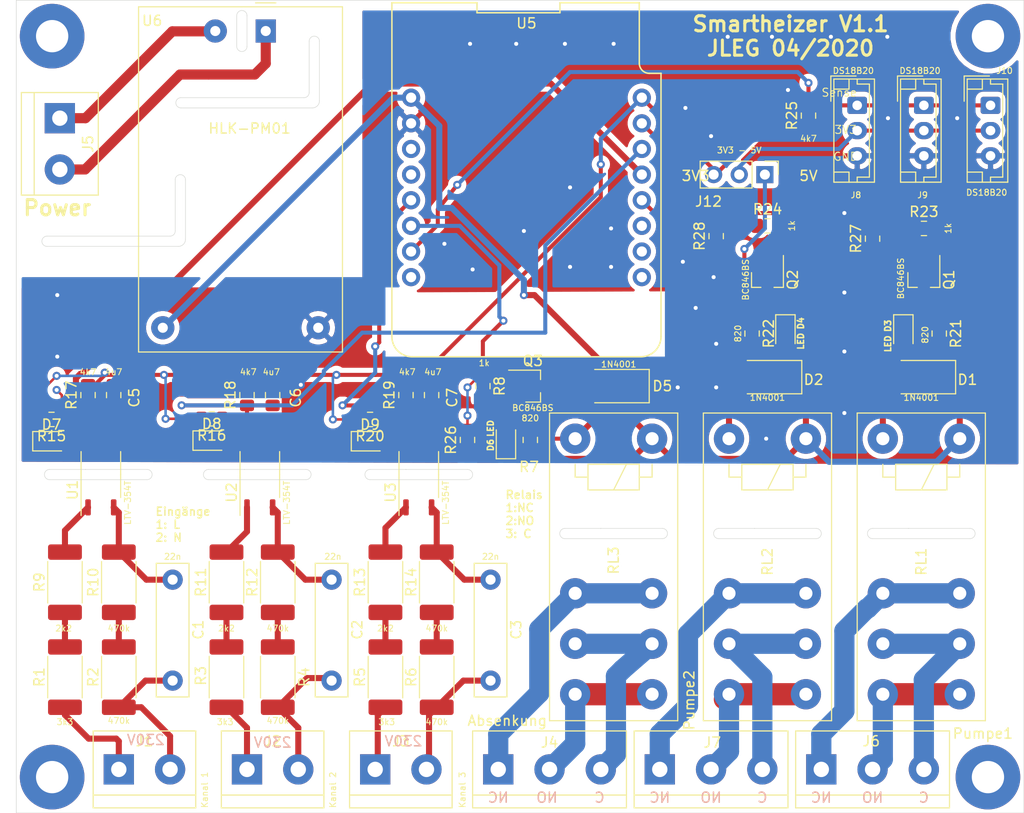
<source format=kicad_pcb>
(kicad_pcb (version 20171130) (host pcbnew "(5.1.6)-1")
  (layers (0 F.Cu signal) (31 B.Cu signal) (34 B.Paste user) (35 F.Paste user) (36 B.SilkS user) (37 F.SilkS user) (38 B.Mask user) (39 F.Mask user) (44 Edge.Cuts user))
  (net 0 "")
  (net 1 "Net-(C1-Pad2)")
  (net 2 "Net-(C1-Pad1)")
  (net 3 "Net-(C2-Pad2)")
  (net 4 "Net-(C2-Pad1)")
  (net 5 "Net-(C3-Pad2)")
  (net 6 "Net-(C3-Pad1)")
  (net 7 GND)
  (net 8 "Net-(C5-Pad1)")
  (net 9 "Net-(C6-Pad1)")
  (net 10 "Net-(C7-Pad1)")
  (net 11 "Net-(J4-Pad2)")
  (net 12 "Net-(J5-Pad2)")
  (net 13 "Net-(J5-Pad1)")
  (net 14 "Net-(R1-Pad1)")
  (net 15 "Net-(R10-Pad2)")
  (net 16 "Net-(R11-Pad2)")
  (net 17 "Net-(R12-Pad2)")
  (net 18 "Net-(R13-Pad2)")
  (net 19 "Net-(R14-Pad2)")
  (net 20 "Net-(R9-Pad1)")
  (net 21 "Net-(R11-Pad1)")
  (net 22 "Net-(R13-Pad1)")
  (net 23 "Net-(U5-Pad10)")
  (net 24 "Net-(U5-Pad9)")
  (net 25 "Net-(U5-Pad4)")
  (net 26 "Net-(U5-Pad3)")
  (net 27 +5V)
  (net 28 "Net-(D1-Pad2)")
  (net 29 "Net-(D2-Pad2)")
  (net 30 "Net-(D3-Pad2)")
  (net 31 "Net-(D4-Pad2)")
  (net 32 "Net-(J6-Pad3)")
  (net 33 "Net-(J6-Pad2)")
  (net 34 "Net-(J6-Pad1)")
  (net 35 "Net-(J7-Pad3)")
  (net 36 "Net-(J7-Pad2)")
  (net 37 "Net-(J7-Pad1)")
  (net 38 "Net-(Q1-Pad1)")
  (net 39 "Net-(Q2-Pad1)")
  (net 40 "Net-(R23-Pad1)")
  (net 41 "Net-(R24-Pad1)")
  (net 42 "Net-(D5-Pad2)")
  (net 43 "Net-(D6-Pad2)")
  (net 44 "Net-(J4-Pad3)")
  (net 45 "Net-(J4-Pad1)")
  (net 46 "Net-(Q3-Pad1)")
  (net 47 "Net-(J10-Pad2)")
  (net 48 "Net-(J10-Pad1)")
  (net 49 "Net-(J12-Pad3)")
  (net 50 "Net-(J1-Pad1)")
  (net 51 "Net-(J2-Pad1)")
  (net 52 "Net-(J3-Pad1)")
  (net 53 "Net-(D7-Pad2)")
  (net 54 "Net-(D8-Pad2)")
  (net 55 "Net-(D9-Pad2)")
  (net 56 "Net-(U5-Pad8)")
  (net 57 "Net-(U5-Pad11)")
  (net 58 "Net-(R26-Pad2)")
  (module Resistor_SMD:R_0805_2012Metric_Pad1.15x1.40mm_HandSolder (layer F.Cu) (at 149.098 52.07 90)
    (fp_text reference R28 (at 0 -1.65 90) (layer F.SilkS))
    (fp_text value 10k)
    (pad 2 smd roundrect (at 1.025 0 90) (size 1.15 1.4) (layers F.Cu F.Paste F.Mask) (roundrect_rratio 0.217391) (net 41 "Net-(R24-Pad1)"))
    (pad 1 smd roundrect (at -1.025 0 90) (size 1.15 1.4) (layers F.Cu F.Paste F.Mask) (roundrect_rratio 0.217391) (net 7 GND))
  )
  (module Resistor_SMD:R_0805_2012Metric_Pad1.15x1.40mm_HandSolder (layer F.Cu) (at 164.592 52.324 90)
    (fp_text reference R27 (at 0 -1.65 90) (layer F.SilkS))
    (fp_text value 10k)
    (pad 2 smd roundrect (at 1.025 0 90) (size 1.15 1.4) (layers F.Cu F.Paste F.Mask) (roundrect_rratio 0.217391) (net 40 "Net-(R23-Pad1)"))
    (pad 1 smd roundrect (at -1.025 0 90) (size 1.15 1.4) (layers F.Cu F.Paste F.Mask) (roundrect_rratio 0.217391) (net 7 GND))
  )
  (module Resistor_SMD:R_0805_2012Metric_Pad1.15x1.40mm_HandSolder (layer F.Cu) (at 124.46 72.263 90)
    (fp_text reference R26 (at 0 -1.65 90) (layer F.SilkS))
    (fp_text value 10k)
    (pad 2 smd roundrect (at 1.025 0 90) (size 1.15 1.4) (layers F.Cu F.Paste F.Mask) (roundrect_rratio 0.217391) (net 58 "Net-(R26-Pad2)"))
    (pad 1 smd roundrect (at -1.025 0 90) (size 1.15 1.4) (layers F.Cu F.Paste F.Mask) (roundrect_rratio 0.217391) (net 7 GND))
  )
  (module Resistor_SMD:R_0805_2012Metric_Pad1.15x1.40mm_HandSolder (layer F.Cu) (at 114.808 70.231 180)
    (fp_text reference R20 (at 0 -1.65) (layer F.SilkS))
    (fp_text value 1k)
    (pad 2 smd roundrect (at 1.025 0 180) (size 1.15 1.4) (layers F.Cu F.Paste F.Mask) (roundrect_rratio 0.217391) (net 49 "Net-(J12-Pad3)"))
    (pad 1 smd roundrect (at -1.025 0 180) (size 1.15 1.4) (layers F.Cu F.Paste F.Mask) (roundrect_rratio 0.217391) (net 55 "Net-(D9-Pad2)"))
  )
  (module Resistor_SMD:R_0805_2012Metric_Pad1.15x1.40mm_HandSolder (layer F.Cu) (at 99.1235 70.1675 180)
    (fp_text reference R16 (at 0 -1.65) (layer F.SilkS))
    (fp_text value 1k)
    (pad 2 smd roundrect (at 1.025 0 180) (size 1.15 1.4) (layers F.Cu F.Paste F.Mask) (roundrect_rratio 0.217391) (net 49 "Net-(J12-Pad3)"))
    (pad 1 smd roundrect (at -1.025 0 180) (size 1.15 1.4) (layers F.Cu F.Paste F.Mask) (roundrect_rratio 0.217391) (net 54 "Net-(D8-Pad2)"))
  )
  (module Resistor_SMD:R_0805_2012Metric_Pad1.15x1.40mm_HandSolder (layer F.Cu) (at 83.2485 70.231 180)
    (fp_text reference R15 (at 0 -1.65) (layer F.SilkS))
    (fp_text value 1k)
    (pad 2 smd roundrect (at 1.025 0 180) (size 1.15 1.4) (layers F.Cu F.Paste F.Mask) (roundrect_rratio 0.217391) (net 49 "Net-(J12-Pad3)"))
    (pad 1 smd roundrect (at -1.025 0 180) (size 1.15 1.4) (layers F.Cu F.Paste F.Mask) (roundrect_rratio 0.217391) (net 53 "Net-(D7-Pad2)"))
  )
  (module LED_SMD:LED_0805_2012Metric_Pad1.15x1.40mm_HandSolder (layer F.Cu) (at 114.808 72.39)
    (fp_text reference D9 (at 0 -1.65) (layer F.SilkS))
    (fp_text value LED)
    (pad 2 smd roundrect (at 1.025 0) (size 1.15 1.4) (layers F.Cu F.Paste F.Mask) (roundrect_rratio 0.217391) (net 55 "Net-(D9-Pad2)"))
    (pad 1 smd roundrect (at -1.025 0) (size 1.15 1.4) (layers F.Cu F.Paste F.Mask) (roundrect_rratio 0.217391) (net 10 "Net-(C7-Pad1)"))
  )
  (module LED_SMD:LED_0805_2012Metric_Pad1.15x1.40mm_HandSolder (layer F.Cu) (at 99.1235 72.3265)
    (fp_text reference D8 (at 0 -1.65) (layer F.SilkS))
    (fp_text value LED)
    (pad 2 smd roundrect (at 1.025 0) (size 1.15 1.4) (layers F.Cu F.Paste F.Mask) (roundrect_rratio 0.217391) (net 54 "Net-(D8-Pad2)"))
    (pad 1 smd roundrect (at -1.025 0) (size 1.15 1.4) (layers F.Cu F.Paste F.Mask) (roundrect_rratio 0.217391) (net 9 "Net-(C6-Pad1)"))
  )
  (module LED_SMD:LED_0805_2012Metric_Pad1.15x1.40mm_HandSolder (layer F.Cu) (at 83.2485 72.39)
    (fp_text reference D7 (at 0 -1.65) (layer F.SilkS))
    (fp_text value LED)
    (pad 2 smd roundrect (at 1.025 0) (size 1.15 1.4) (layers F.Cu F.Paste F.Mask) (roundrect_rratio 0.217391) (net 53 "Net-(D7-Pad2)"))
    (pad 1 smd roundrect (at -1.025 0) (size 1.15 1.4) (layers F.Cu F.Paste F.Mask) (roundrect_rratio 0.217391) (net 8 "Net-(C5-Pad1)"))
  )
  (module Converter_ACDC:Converter_ACDC_HiLink_HLK-PMxx (layer F.Cu) (at 104.474 31.75 270)
    (fp_text reference U6 (at -1.016 11.256 180) (layer F.SilkS))
    (fp_text value HLK-PM01 (at 9.652 1.604 180) (layer F.SilkS))
    (pad 4 thru_hole circle (at 29.4 10.2 270) (size 2.3 2.3) (drill 1) (layers *.Cu *.Mask) (net 27 +5V))
    (pad 2 thru_hole circle (at 0 5 270) (size 2.3 2.3) (drill 1) (layers *.Cu *.Mask) (net 13 "Net-(J5-Pad1)"))
    (pad 1 thru_hole rect (at 0 0 270) (size 2.3 2) (drill 1) (layers *.Cu *.Mask) (net 12 "Net-(J5-Pad2)"))
    (pad 3 thru_hole circle (at 29.4 -5.2 270) (size 2.3 2.3) (drill 1) (layers *.Cu *.Mask) (net 7 GND))
  )
  (module wemos-d1-mini:wemos-d1-mini-with-pin-header-and-connector (layer F.Cu) (at 130.302 47.244 270)
    (fp_text reference U5 (at -16.256 0) (layer F.SilkS))
    (fp_text value WeMos_mini)
    (pad 8 thru_hole circle (at 8.89 11.43 270) (size 1.8 1.8) (drill 1.016) (layers *.Cu *.Mask) (net 56 "Net-(U5-Pad8)"))
    (pad 9 thru_hole circle (at 8.89 -11.43 270) (size 1.8 1.8) (drill 1.016) (layers *.Cu *.Mask) (net 24 "Net-(U5-Pad9)"))
    (pad 7 thru_hole circle (at 6.35 11.43 270) (size 1.8 1.8) (drill 1.016) (layers *.Cu *.Mask) (net 48 "Net-(J10-Pad1)"))
    (pad 10 thru_hole circle (at 6.35 -11.43 270) (size 1.8 1.8) (drill 1.016) (layers *.Cu *.Mask) (net 23 "Net-(U5-Pad10)"))
    (pad 6 thru_hole circle (at 3.81 11.43 270) (size 1.8 1.8) (drill 1.016) (layers *.Cu *.Mask) (net 58 "Net-(R26-Pad2)"))
    (pad 11 thru_hole circle (at 3.81 -11.43 270) (size 1.8 1.8) (drill 1.016) (layers *.Cu *.Mask) (net 57 "Net-(U5-Pad11)"))
    (pad 5 thru_hole circle (at 1.27 11.43 270) (size 1.8 1.8) (drill 1.016) (layers *.Cu *.Mask) (net 10 "Net-(C7-Pad1)"))
    (pad 12 thru_hole circle (at 1.27 -11.43 270) (size 1.8 1.8) (drill 1.016) (layers *.Cu *.Mask) (net 41 "Net-(R24-Pad1)"))
    (pad 4 thru_hole circle (at -1.27 11.43 270) (size 1.8 1.8) (drill 1.016) (layers *.Cu *.Mask) (net 25 "Net-(U5-Pad4)"))
    (pad 13 thru_hole circle (at -1.27 -11.43 270) (size 1.8 1.8) (drill 1.016) (layers *.Cu *.Mask) (net 8 "Net-(C5-Pad1)"))
    (pad 3 thru_hole circle (at -3.81 11.43 270) (size 1.8 1.8) (drill 1.016) (layers *.Cu *.Mask) (net 26 "Net-(U5-Pad3)"))
    (pad 14 thru_hole circle (at -3.81 -11.43 270) (size 1.8 1.8) (drill 1.016) (layers *.Cu *.Mask) (net 9 "Net-(C6-Pad1)"))
    (pad 2 thru_hole circle (at -6.35 11.43 270) (size 1.8 1.8) (drill 1.016) (layers *.Cu *.Mask) (net 7 GND))
    (pad 15 thru_hole circle (at -6.35 -11.43 270) (size 1.8 1.8) (drill 1.016) (layers *.Cu *.Mask) (net 40 "Net-(R23-Pad1)"))
    (pad 1 thru_hole circle (at -8.89 11.43 270) (size 1.8 1.8) (drill 1.016) (layers *.Cu *.Mask) (net 27 +5V))
    (pad 16 thru_hole circle (at -8.89 -11.43 270) (size 1.8 1.8) (drill 1.016) (layers *.Cu *.Mask) (net 49 "Net-(J12-Pad3)"))
  )
  (module Package_SO:SOIC-4_4.55x3.7mm_P2.54mm (layer F.Cu) (at 119.634 75.692 90)
    (fp_text reference U3 (at -1.778 -2.794 90) (layer F.SilkS))
    (fp_text value LTV-354T (at -2.794 2.667 90) (layer F.SilkS) (effects (font (size 0.6 0.6) (thickness 0.1))))
    (pad 6 smd roundrect (at 3.25 -1.27 90) (size 1.6 0.55) (layers F.Cu F.Paste F.Mask) (net 10 "Net-(C7-Pad1)"))
    (pad 4 smd roundrect (at 3.25 1.27 90) (size 1.6 0.55) (layers F.Cu F.Paste F.Mask) (net 7 GND))
    (pad 3 smd roundrect (at -3.25 1.27 90) (size 1.6 0.55) (layers F.Cu F.Paste F.Mask) (net 6 "Net-(C3-Pad1)"))
    (pad 1 smd roundrect (at -3.25 -1.27 90) (size 1.6 0.55) (layers F.Cu F.Paste F.Mask) (net 22 "Net-(R13-Pad1)"))
  )
  (module Package_SO:SOIC-4_4.55x3.7mm_P2.54mm (layer F.Cu) (at 103.886 75.692 90)
    (fp_text reference U2 (at -1.778 -2.794 90) (layer F.SilkS))
    (fp_text value LTV-354T (at -2.794 2.667 90) (layer F.SilkS) (effects (font (size 0.6 0.6) (thickness 0.1))))
    (pad 6 smd roundrect (at 3.25 -1.27 90) (size 1.6 0.55) (layers F.Cu F.Paste F.Mask) (net 9 "Net-(C6-Pad1)"))
    (pad 4 smd roundrect (at 3.25 1.27 90) (size 1.6 0.55) (layers F.Cu F.Paste F.Mask) (net 7 GND))
    (pad 3 smd roundrect (at -3.25 1.27 90) (size 1.6 0.55) (layers F.Cu F.Paste F.Mask) (net 4 "Net-(C2-Pad1)"))
    (pad 1 smd roundrect (at -3.25 -1.27 90) (size 1.6 0.55) (layers F.Cu F.Paste F.Mask) (net 21 "Net-(R11-Pad1)"))
  )
  (module Package_SO:SOIC-4_4.55x3.7mm_P2.54mm (layer F.Cu) (at 88.138 75.692 90)
    (fp_text reference U1 (at -1.524 -2.8 90) (layer F.SilkS))
    (fp_text value LTV-354T (at -2.794 2.667 90) (layer F.SilkS) (effects (font (size 0.6 0.6) (thickness 0.1))))
    (pad 6 smd roundrect (at 3.25 -1.27 90) (size 1.6 0.55) (layers F.Cu F.Paste F.Mask) (net 8 "Net-(C5-Pad1)"))
    (pad 4 smd roundrect (at 3.25 1.27 90) (size 1.6 0.55) (layers F.Cu F.Paste F.Mask) (net 7 GND))
    (pad 3 smd roundrect (at -3.25 1.27 90) (size 1.6 0.55) (layers F.Cu F.Paste F.Mask) (net 2 "Net-(C1-Pad1)"))
    (pad 1 smd roundrect (at -3.25 -1.27 90) (size 1.6 0.55) (layers F.Cu F.Paste F.Mask) (net 20 "Net-(R9-Pad1)"))
  )
  (module Relay_THT:Relay_SPDT_Schrack-RP-II-1-16A-FormC_RM5mm (layer F.Cu) (at 142.748 72.136 270)
    (fp_text reference RL3 (at 12.065 3.81 90) (layer F.SilkS))
    (fp_text value G5Q-1)
    (pad 14 thru_hole circle (at 25.32 0 270) (size 3 3) (drill 1.3) (layers *.Cu *.Mask) (net 11 "Net-(J4-Pad2)"))
    (pad 11 thru_hole circle (at 20.32 7.62 270) (size 3 3) (drill 1.3) (layers *.Cu *.Mask) (net 44 "Net-(J4-Pad3)"))
    (pad 12 thru_hole circle (at 15.32 0 270) (size 3 3) (drill 1.3) (layers *.Cu *.Mask) (net 45 "Net-(J4-Pad1)"))
    (pad 12 thru_hole circle (at 15.32 7.62 270) (size 3 3) (drill 1.3) (layers *.Cu *.Mask) (net 45 "Net-(J4-Pad1)"))
    (pad 14 thru_hole circle (at 25.32 7.62 270) (size 3 3) (drill 1.3) (layers *.Cu *.Mask) (net 11 "Net-(J4-Pad2)"))
    (pad 11 thru_hole circle (at 20.32 0 270) (size 3 3) (drill 1.3) (layers *.Cu *.Mask) (net 44 "Net-(J4-Pad3)"))
    (pad A2 thru_hole circle (at 0 7.62 270) (size 3 3) (drill 1.3) (layers *.Cu *.Mask) (net 42 "Net-(D5-Pad2)"))
    (pad A1 thru_hole circle (at 0 0 270) (size 3 3) (drill 1.3) (layers *.Cu *.Mask) (net 27 +5V))
  )
  (module Relay_THT:Relay_SPDT_Schrack-RP-II-1-16A-FormC_RM5mm (layer F.Cu) (at 157.988 72.136 270)
    (fp_text reference RL2 (at 12.192 3.81 90) (layer F.SilkS))
    (fp_text value G5Q-1)
    (pad 14 thru_hole circle (at 25.32 0 270) (size 3 3) (drill 1.3) (layers *.Cu *.Mask) (net 36 "Net-(J7-Pad2)"))
    (pad 11 thru_hole circle (at 20.32 7.62 270) (size 3 3) (drill 1.3) (layers *.Cu *.Mask) (net 35 "Net-(J7-Pad3)"))
    (pad 12 thru_hole circle (at 15.32 0 270) (size 3 3) (drill 1.3) (layers *.Cu *.Mask) (net 37 "Net-(J7-Pad1)"))
    (pad 12 thru_hole circle (at 15.32 7.62 270) (size 3 3) (drill 1.3) (layers *.Cu *.Mask) (net 37 "Net-(J7-Pad1)"))
    (pad 14 thru_hole circle (at 25.32 7.62 270) (size 3 3) (drill 1.3) (layers *.Cu *.Mask) (net 36 "Net-(J7-Pad2)"))
    (pad 11 thru_hole circle (at 20.32 0 270) (size 3 3) (drill 1.3) (layers *.Cu *.Mask) (net 35 "Net-(J7-Pad3)"))
    (pad A2 thru_hole circle (at 0 7.62 270) (size 3 3) (drill 1.3) (layers *.Cu *.Mask) (net 29 "Net-(D2-Pad2)"))
    (pad A1 thru_hole circle (at 0 0 270) (size 3 3) (drill 1.3) (layers *.Cu *.Mask) (net 27 +5V))
  )
  (module Relay_THT:Relay_SPDT_Schrack-RP-II-1-16A-FormC_RM5mm (layer F.Cu) (at 173.228 72.136 270)
    (fp_text reference RL1 (at 12.192 3.81 90) (layer F.SilkS))
    (fp_text value G5Q-1)
    (pad 14 thru_hole circle (at 25.32 0 270) (size 3 3) (drill 1.3) (layers *.Cu *.Mask) (net 33 "Net-(J6-Pad2)"))
    (pad 11 thru_hole circle (at 20.32 7.62 270) (size 3 3) (drill 1.3) (layers *.Cu *.Mask) (net 32 "Net-(J6-Pad3)"))
    (pad 12 thru_hole circle (at 15.32 0 270) (size 3 3) (drill 1.3) (layers *.Cu *.Mask) (net 34 "Net-(J6-Pad1)"))
    (pad 12 thru_hole circle (at 15.32 7.62 270) (size 3 3) (drill 1.3) (layers *.Cu *.Mask) (net 34 "Net-(J6-Pad1)"))
    (pad 14 thru_hole circle (at 25.32 7.62 270) (size 3 3) (drill 1.3) (layers *.Cu *.Mask) (net 33 "Net-(J6-Pad2)"))
    (pad 11 thru_hole circle (at 20.32 0 270) (size 3 3) (drill 1.3) (layers *.Cu *.Mask) (net 32 "Net-(J6-Pad3)"))
    (pad A2 thru_hole circle (at 0 7.62 270) (size 3 3) (drill 1.3) (layers *.Cu *.Mask) (net 28 "Net-(D1-Pad2)"))
    (pad A1 thru_hole circle (at 0 0 270) (size 3 3) (drill 1.3) (layers *.Cu *.Mask) (net 27 +5V))
  )
  (module TerminalBlock:TerminalBlock_bornier-2_P5.08mm (layer F.Cu) (at 84.074 40.386 270)
    (fp_text reference J5 (at 2.54 -2.794 90) (layer F.SilkS))
    (fp_text value Screw_Terminal_01x02)
    (pad 2 thru_hole circle (at 5.08 0 270) (size 3 3) (drill 1.52) (layers *.Cu *.Mask) (net 12 "Net-(J5-Pad2)"))
    (pad 1 thru_hole rect (at 0 0 270) (size 3 3) (drill 1.52) (layers *.Cu *.Mask) (net 13 "Net-(J5-Pad1)"))
  )
  (module TerminalBlock:TerminalBlock_bornier-2_P5.08mm (layer F.Cu) (at 115.316 104.902)
    (fp_text reference J3 (at 2.54 -2.794) (layer F.SilkS))
    (fp_text value Screw_Terminal_01x02 hide)
    (pad 2 thru_hole circle (at 5.08 0) (size 3 3) (drill 1.52) (layers *.Cu *.Mask) (net 5 "Net-(C3-Pad2)"))
    (pad 1 thru_hole rect (at 0 0) (size 3 3) (drill 1.52) (layers *.Cu *.Mask) (net 52 "Net-(J3-Pad1)"))
  )
  (module TerminalBlock:TerminalBlock_bornier-2_P5.08mm (layer F.Cu) (at 102.616 104.902)
    (fp_text reference J2 (at 2.54 -2.794) (layer F.SilkS))
    (fp_text value Screw_Terminal_01x02 hide)
    (pad 2 thru_hole circle (at 5.08 0) (size 3 3) (drill 1.52) (layers *.Cu *.Mask) (net 3 "Net-(C2-Pad2)"))
    (pad 1 thru_hole rect (at 0 0) (size 3 3) (drill 1.52) (layers *.Cu *.Mask) (net 51 "Net-(J2-Pad1)"))
  )
  (module TerminalBlock:TerminalBlock_bornier-2_P5.08mm (layer F.Cu) (at 89.916 104.902)
    (fp_text reference J1 (at 2.54 -2.794) (layer F.SilkS))
    (fp_text value Screw_Terminal_01x02 hide)
    (pad 2 thru_hole circle (at 5.08 0) (size 3 3) (drill 1.52) (layers *.Cu *.Mask) (net 1 "Net-(C1-Pad2)"))
    (pad 1 thru_hole rect (at 0 0) (size 3 3) (drill 1.52) (layers *.Cu *.Mask) (net 50 "Net-(J1-Pad1)"))
  )
  (module TerminalBlock:TerminalBlock_bornier-3_P5.08mm (layer F.Cu) (at 127.508 104.902)
    (fp_text reference J4 (at 5.08 -2.667) (layer F.SilkS))
    (fp_text value Absenkung (at 0.889 -4.826) (layer F.SilkS))
    (pad 3 thru_hole circle (at 10.16 0) (size 3 3) (drill 1.52) (layers *.Cu *.Mask) (net 44 "Net-(J4-Pad3)"))
    (pad 2 thru_hole circle (at 5.08 0) (size 3 3) (drill 1.52) (layers *.Cu *.Mask) (net 11 "Net-(J4-Pad2)"))
    (pad 1 thru_hole rect (at 0 0) (size 3 3) (drill 1.52) (layers *.Cu *.Mask) (net 45 "Net-(J4-Pad1)"))
  )
  (module TerminalBlock:TerminalBlock_bornier-3_P5.08mm (layer F.Cu) (at 143.51 104.902)
    (fp_text reference J7 (at 5.207 -2.667) (layer F.SilkS))
    (fp_text value Pumpe2 (at 2.921 -6.858 270) (layer F.SilkS))
    (pad 3 thru_hole circle (at 10.16 0) (size 3 3) (drill 1.52) (layers *.Cu *.Mask) (net 35 "Net-(J7-Pad3)"))
    (pad 2 thru_hole circle (at 5.08 0) (size 3 3) (drill 1.52) (layers *.Cu *.Mask) (net 36 "Net-(J7-Pad2)"))
    (pad 1 thru_hole rect (at 0 0) (size 3 3) (drill 1.52) (layers *.Cu *.Mask) (net 37 "Net-(J7-Pad1)"))
  )
  (module TerminalBlock:TerminalBlock_bornier-3_P5.08mm (layer F.Cu) (at 159.512 104.902)
    (fp_text reference J6 (at 4.953 -2.794) (layer F.SilkS))
    (fp_text value Pumpe1 (at 16.002 -3.556) (layer F.SilkS))
    (pad 3 thru_hole circle (at 10.16 0) (size 3 3) (drill 1.52) (layers *.Cu *.Mask) (net 32 "Net-(J6-Pad3)"))
    (pad 2 thru_hole circle (at 5.08 0) (size 3 3) (drill 1.52) (layers *.Cu *.Mask) (net 33 "Net-(J6-Pad2)"))
    (pad 1 thru_hole rect (at 0 0) (size 3 3) (drill 1.52) (layers *.Cu *.Mask) (net 34 "Net-(J6-Pad1)"))
  )
  (module Connector_PinHeader_2.54mm:PinHeader_1x03_P2.54mm_Vertical (layer F.Cu) (at 153.924 45.974 270)
    (fp_text reference J12 (at 2.667 5.588) (layer F.SilkS))
    (fp_text value "3V3 - 5V" (at -2.413 2.54 180) (layer F.SilkS) (effects (font (size 0.6 0.6) (thickness 0.1))))
    (pad 3 thru_hole oval (at 0 5.08 270) (size 1.7 1.7) (drill 1) (layers *.Cu *.Mask) (net 49 "Net-(J12-Pad3)"))
    (pad 2 thru_hole oval (at 0 2.54 270) (size 1.7 1.7) (drill 1) (layers *.Cu *.Mask) (net 47 "Net-(J10-Pad2)"))
    (pad 1 thru_hole rect (at 0 0 270) (size 1.7 1.7) (drill 1) (layers *.Cu *.Mask) (net 27 +5V))
  )
  (module Connector_JST:JST_EH_B03B-EH-A_1x03_P2.50mm_Vertical (layer F.Cu) (at 176.276 39.116 270)
    (fp_text reference J10 (at -3.429 -1.397 180) (layer F.SilkS) (effects (font (size 0.6 0.6) (thickness 0.1))))
    (fp_text value DS18B20 (at 8.636 0.381 180) (layer F.SilkS) (effects (font (size 0.6 0.6) (thickness 0.1))))
    (pad 3 thru_hole oval (at 5 0 270) (size 1.7 1.95) (drill 0.95) (layers *.Cu *.Mask) (net 7 GND))
    (pad 2 thru_hole oval (at 2.5 0 270) (size 1.7 1.95) (drill 0.95) (layers *.Cu *.Mask) (net 47 "Net-(J10-Pad2)"))
    (pad 1 thru_hole roundrect (at 0 0 270) (size 1.7 1.95) (drill 0.95) (layers *.Cu *.Mask) (roundrect_rratio 0.147059) (net 48 "Net-(J10-Pad1)"))
  )
  (module Connector_JST:JST_EH_B03B-EH-A_1x03_P2.50mm_Vertical (layer F.Cu) (at 169.672 39.116 270)
    (fp_text reference J9 (at 8.89 0.127 180) (layer F.SilkS) (effects (font (size 0.6 0.6) (thickness 0.1))))
    (fp_text value DS18B20 (at -3.429 0.381 180) (layer F.SilkS) (effects (font (size 0.6 0.6) (thickness 0.1))))
    (pad 3 thru_hole oval (at 5 0 270) (size 1.7 1.95) (drill 0.95) (layers *.Cu *.Mask) (net 7 GND))
    (pad 2 thru_hole oval (at 2.5 0 270) (size 1.7 1.95) (drill 0.95) (layers *.Cu *.Mask) (net 47 "Net-(J10-Pad2)"))
    (pad 1 thru_hole roundrect (at 0 0 270) (size 1.7 1.95) (drill 0.95) (layers *.Cu *.Mask) (roundrect_rratio 0.147059) (net 48 "Net-(J10-Pad1)"))
  )
  (module Resistor_SMD:R_0805_2012Metric_Pad1.15x1.40mm_HandSolder (layer F.Cu) (at 158.242 40.132 90)
    (fp_text reference R25 (at 0 -1.65 90) (layer F.SilkS))
    (fp_text value 4k7 (at -2.277 0 180) (layer F.SilkS) (effects (font (size 0.6 0.6) (thickness 0.1))))
    (pad 2 smd roundrect (at 1.025 0 90) (size 1.15 1.4) (layers F.Cu F.Paste F.Mask) (roundrect_rratio 0.217391) (net 48 "Net-(J10-Pad1)"))
    (pad 1 smd roundrect (at -1.025 0 90) (size 1.15 1.4) (layers F.Cu F.Paste F.Mask) (roundrect_rratio 0.217391) (net 49 "Net-(J12-Pad3)"))
  )
  (module Resistor_SMD:R_0805_2012Metric_Pad1.15x1.40mm_HandSolder (layer F.Cu) (at 125.984 66.929 270)
    (fp_text reference R8 (at 0 -1.65 90) (layer F.SilkS))
    (fp_text value 1k (at -2.286 -0.127 180) (layer F.SilkS) (effects (font (size 0.6 0.6) (thickness 0.1))))
    (pad 2 smd roundrect (at 1.025 0 270) (size 1.15 1.4) (layers F.Cu F.Paste F.Mask) (roundrect_rratio 0.217391) (net 46 "Net-(Q3-Pad1)"))
    (pad 1 smd roundrect (at -1.025 0 270) (size 1.15 1.4) (layers F.Cu F.Paste F.Mask) (roundrect_rratio 0.217391) (net 58 "Net-(R26-Pad2)"))
  )
  (module Resistor_SMD:R_0805_2012Metric_Pad1.15x1.40mm_HandSolder (layer F.Cu) (at 130.683 72.263 270)
    (fp_text reference R7 (at 2.667 0.127 180) (layer F.SilkS))
    (fp_text value 820 (at -2.159 0 180) (layer F.SilkS) (effects (font (size 0.6 0.6) (thickness 0.1))))
    (pad 2 smd roundrect (at 1.025 0 270) (size 1.15 1.4) (layers F.Cu F.Paste F.Mask) (roundrect_rratio 0.217391) (net 27 +5V))
    (pad 1 smd roundrect (at -1.025 0 270) (size 1.15 1.4) (layers F.Cu F.Paste F.Mask) (roundrect_rratio 0.217391) (net 43 "Net-(D6-Pad2)"))
  )
  (module Package_TO_SOT_SMD:SOT-23_Handsoldering (layer F.Cu) (at 130.937 66.929)
    (fp_text reference Q3 (at 0 -2.5) (layer F.SilkS))
    (fp_text value BC846BS (at 0 2.159) (layer F.SilkS) (effects (font (size 0.6 0.6) (thickness 0.1))))
    (pad 3 smd rect (at 1.5 0) (size 1.9 0.8) (layers F.Cu F.Paste F.Mask) (net 42 "Net-(D5-Pad2)"))
    (pad 2 smd rect (at -1.5 0.95) (size 1.9 0.8) (layers F.Cu F.Paste F.Mask) (net 7 GND))
    (pad 1 smd rect (at -1.5 -0.95) (size 1.9 0.8) (layers F.Cu F.Paste F.Mask) (net 46 "Net-(Q3-Pad1)"))
  )
  (module Connector_JST:JST_EH_B03B-EH-A_1x03_P2.50mm_Vertical (layer F.Cu) (at 163.068 39.116 270)
    (fp_text reference J8 (at 8.89 0.127 180) (layer F.SilkS) (effects (font (size 0.6 0.6) (thickness 0.1))))
    (fp_text value DS18B20 (at -3.429 0.381 180) (layer F.SilkS) (effects (font (size 0.6 0.6) (thickness 0.1))))
    (pad 3 thru_hole oval (at 5 0 270) (size 1.7 1.95) (drill 0.95) (layers *.Cu *.Mask) (net 7 GND))
    (pad 2 thru_hole oval (at 2.5 0 270) (size 1.7 1.95) (drill 0.95) (layers *.Cu *.Mask) (net 47 "Net-(J10-Pad2)"))
    (pad 1 thru_hole roundrect (at 0 0 270) (size 1.7 1.95) (drill 0.95) (layers *.Cu *.Mask) (roundrect_rratio 0.147059) (net 48 "Net-(J10-Pad1)"))
  )
  (module LED_SMD:LED_0805_2012Metric_Pad1.15x1.40mm_HandSolder (layer F.Cu) (at 128.27 72.263 90)
    (fp_text reference D6 (at -0.508 -1.524 90) (layer F.SilkS) (effects (font (size 0.6 0.6))))
    (fp_text value LED (at 1.143 -1.524 90) (layer F.SilkS) (effects (font (size 0.6 0.6))))
    (pad 2 smd roundrect (at 1.025 0 90) (size 1.15 1.4) (layers F.Cu F.Paste F.Mask) (roundrect_rratio 0.217391) (net 43 "Net-(D6-Pad2)"))
    (pad 1 smd roundrect (at -1.025 0 90) (size 1.15 1.4) (layers F.Cu F.Paste F.Mask) (roundrect_rratio 0.217391) (net 42 "Net-(D5-Pad2)"))
  )
  (module Diode_SMD:D_SMA (layer F.Cu) (at 139.065 66.929 180)
    (fp_text reference D5 (at -4.699 0) (layer F.SilkS))
    (fp_text value 1N4001 (at -0.381 2.159) (layer F.SilkS) (effects (font (size 0.6 0.6) (thickness 0.1))))
    (pad 2 smd rect (at 2 0 180) (size 2.5 1.8) (layers F.Cu F.Paste F.Mask) (net 42 "Net-(D5-Pad2)"))
    (pad 1 smd rect (at -2 0 180) (size 2.5 1.8) (layers F.Cu F.Paste F.Mask) (net 27 +5V))
  )
  (module Resistor_SMD:R_0805_2012Metric_Pad1.15x1.40mm_HandSolder (layer F.Cu) (at 154.187 51.054)
    (fp_text reference R24 (at 0 -1.65) (layer F.SilkS))
    (fp_text value 1k (at 2.404 0 90) (layer F.SilkS) (effects (font (size 0.6 0.6) (thickness 0.1))))
    (pad 2 smd roundrect (at 1.025 0) (size 1.15 1.4) (layers F.Cu F.Paste F.Mask) (roundrect_rratio 0.217391) (net 39 "Net-(Q2-Pad1)"))
    (pad 1 smd roundrect (at -1.025 0) (size 1.15 1.4) (layers F.Cu F.Paste F.Mask) (roundrect_rratio 0.217391) (net 41 "Net-(R24-Pad1)"))
  )
  (module Resistor_SMD:R_0805_2012Metric_Pad1.15x1.40mm_HandSolder (layer F.Cu) (at 169.681 51.308)
    (fp_text reference R23 (at 0 -1.65) (layer F.SilkS))
    (fp_text value 1k (at 2.404 0 90) (layer F.SilkS) (effects (font (size 0.6 0.6) (thickness 0.1))))
    (pad 2 smd roundrect (at 1.025 0) (size 1.15 1.4) (layers F.Cu F.Paste F.Mask) (roundrect_rratio 0.217391) (net 38 "Net-(Q1-Pad1)"))
    (pad 1 smd roundrect (at -1.025 0) (size 1.15 1.4) (layers F.Cu F.Paste F.Mask) (roundrect_rratio 0.217391) (net 40 "Net-(R23-Pad1)"))
  )
  (module Resistor_SMD:R_0805_2012Metric_Pad1.15x1.40mm_HandSolder (layer F.Cu) (at 152.654 61.722 270)
    (fp_text reference R22 (at 0 -1.65 90) (layer F.SilkS))
    (fp_text value 820 (at 0 1.397 90) (layer F.SilkS) (effects (font (size 0.6 0.6) (thickness 0.1))))
    (pad 2 smd roundrect (at 1.025 0 270) (size 1.15 1.4) (layers F.Cu F.Paste F.Mask) (roundrect_rratio 0.217391) (net 27 +5V))
    (pad 1 smd roundrect (at -1.025 0 270) (size 1.15 1.4) (layers F.Cu F.Paste F.Mask) (roundrect_rratio 0.217391) (net 31 "Net-(D4-Pad2)"))
  )
  (module Resistor_SMD:R_0805_2012Metric_Pad1.15x1.40mm_HandSolder (layer F.Cu) (at 171.196 61.722 270)
    (fp_text reference R21 (at 0 -1.65 90) (layer F.SilkS))
    (fp_text value 820 (at 0.127 1.397 90) (layer F.SilkS) (effects (font (size 0.6 0.6) (thickness 0.1))))
    (pad 2 smd roundrect (at 1.025 0 270) (size 1.15 1.4) (layers F.Cu F.Paste F.Mask) (roundrect_rratio 0.217391) (net 27 +5V))
    (pad 1 smd roundrect (at -1.025 0 270) (size 1.15 1.4) (layers F.Cu F.Paste F.Mask) (roundrect_rratio 0.217391) (net 30 "Net-(D3-Pad2)"))
  )
  (module Package_TO_SOT_SMD:SOT-23_Handsoldering (layer F.Cu) (at 154.178 56.388 270)
    (fp_text reference Q2 (at 0 -2.5 90) (layer F.SilkS))
    (fp_text value BC846BS (at 0 2.159 90) (layer F.SilkS) (effects (font (size 0.6 0.6) (thickness 0.1))))
    (pad 3 smd rect (at 1.5 0 270) (size 1.9 0.8) (layers F.Cu F.Paste F.Mask) (net 29 "Net-(D2-Pad2)"))
    (pad 2 smd rect (at -1.5 0.95 270) (size 1.9 0.8) (layers F.Cu F.Paste F.Mask) (net 7 GND))
    (pad 1 smd rect (at -1.5 -0.95 270) (size 1.9 0.8) (layers F.Cu F.Paste F.Mask) (net 39 "Net-(Q2-Pad1)"))
  )
  (module Package_TO_SOT_SMD:SOT-23_Handsoldering (layer F.Cu) (at 169.672 56.388 270)
    (fp_text reference Q1 (at 0 -2.5 90) (layer F.SilkS))
    (fp_text value BC846BS (at -0.127 2.286 90) (layer F.SilkS) (effects (font (size 0.6 0.6) (thickness 0.1))))
    (pad 3 smd rect (at 1.5 0 270) (size 1.9 0.8) (layers F.Cu F.Paste F.Mask) (net 28 "Net-(D1-Pad2)"))
    (pad 2 smd rect (at -1.5 0.95 270) (size 1.9 0.8) (layers F.Cu F.Paste F.Mask) (net 7 GND))
    (pad 1 smd rect (at -1.5 -0.95 270) (size 1.9 0.8) (layers F.Cu F.Paste F.Mask) (net 38 "Net-(Q1-Pad1)"))
  )
  (module LED_SMD:LED_0805_2012Metric_Pad1.15x1.40mm_HandSolder (layer F.Cu) (at 155.956 61.722 270)
    (fp_text reference D4 (at -1.016 -1.524 90) (layer F.SilkS) (effects (font (size 0.6 0.6))))
    (fp_text value LED (at 0.762 -1.524 90) (layer F.SilkS) (effects (font (size 0.6 0.6))))
    (pad 2 smd roundrect (at 1.025 0 270) (size 1.15 1.4) (layers F.Cu F.Paste F.Mask) (roundrect_rratio 0.217391) (net 31 "Net-(D4-Pad2)"))
    (pad 1 smd roundrect (at -1.025 0 270) (size 1.15 1.4) (layers F.Cu F.Paste F.Mask) (roundrect_rratio 0.217391) (net 29 "Net-(D2-Pad2)"))
  )
  (module LED_SMD:LED_0805_2012Metric_Pad1.15x1.40mm_HandSolder (layer F.Cu) (at 167.64 61.722 270)
    (fp_text reference D3 (at -0.762 1.524 90) (layer F.SilkS) (effects (font (size 0.6 0.6))))
    (fp_text value LED (at 1.016 1.524 90) (layer F.SilkS) (effects (font (size 0.6 0.6))))
    (pad 2 smd roundrect (at 1.025 0 270) (size 1.15 1.4) (layers F.Cu F.Paste F.Mask) (roundrect_rratio 0.217391) (net 30 "Net-(D3-Pad2)"))
    (pad 1 smd roundrect (at -1.025 0 270) (size 1.15 1.4) (layers F.Cu F.Paste F.Mask) (roundrect_rratio 0.217391) (net 28 "Net-(D1-Pad2)"))
  )
  (module Diode_SMD:D_SMA (layer F.Cu) (at 154.178 66.04 180)
    (fp_text reference D2 (at -4.572 -0.254) (layer F.SilkS))
    (fp_text value 1N4001 (at 0 -2.032) (layer F.SilkS) (effects (font (size 0.6 0.6) (thickness 0.1))))
    (pad 2 smd rect (at 2 0 180) (size 2.5 1.8) (layers F.Cu F.Paste F.Mask) (net 29 "Net-(D2-Pad2)"))
    (pad 1 smd rect (at -2 0 180) (size 2.5 1.8) (layers F.Cu F.Paste F.Mask) (net 27 +5V))
  )
  (module Diode_SMD:D_SMA (layer F.Cu) (at 169.418 66.04 180)
    (fp_text reference D1 (at -4.572 -0.254) (layer F.SilkS))
    (fp_text value 1N4001 (at 0 -2.032) (layer F.SilkS) (effects (font (size 0.6 0.6) (thickness 0.1))))
    (pad 2 smd rect (at 2 0 180) (size 2.5 1.8) (layers F.Cu F.Paste F.Mask) (net 28 "Net-(D1-Pad2)"))
    (pad 1 smd rect (at -2 0 180) (size 2.5 1.8) (layers F.Cu F.Paste F.Mask) (net 27 +5V))
  )
  (module Capacitor_SMD:C_0805_2012Metric_Pad1.15x1.40mm_HandSolder (layer F.Cu) (at 120.904 67.818 90)
    (fp_text reference C7 (at -0.254 2.032 90) (layer F.SilkS))
    (fp_text value 4u7 (at 2.286 0.127 180) (layer F.SilkS) (effects (font (size 0.6 0.6) (thickness 0.1))))
    (pad 2 smd roundrect (at 1.025 0 90) (size 1.15 1.4) (layers F.Cu F.Paste F.Mask) (roundrect_rratio 0.217391) (net 7 GND))
    (pad 1 smd roundrect (at -1.025 0 90) (size 1.15 1.4) (layers F.Cu F.Paste F.Mask) (roundrect_rratio 0.217391) (net 10 "Net-(C7-Pad1)"))
  )
  (module Capacitor_SMD:C_0805_2012Metric_Pad1.15x1.40mm_HandSolder (layer F.Cu) (at 105.156 67.818 90)
    (fp_text reference C6 (at -0.254 2.286 90) (layer F.SilkS))
    (fp_text value 4u7 (at 2.286 -0.127 180) (layer F.SilkS) (effects (font (size 0.6 0.6) (thickness 0.1))))
    (pad 2 smd roundrect (at 1.025 0 90) (size 1.15 1.4) (layers F.Cu F.Paste F.Mask) (roundrect_rratio 0.217391) (net 7 GND))
    (pad 1 smd roundrect (at -1.025 0 90) (size 1.15 1.4) (layers F.Cu F.Paste F.Mask) (roundrect_rratio 0.217391) (net 9 "Net-(C6-Pad1)"))
  )
  (module Capacitor_SMD:C_0805_2012Metric_Pad1.15x1.40mm_HandSolder (layer F.Cu) (at 89.408 67.818 90)
    (fp_text reference C5 (at -0.254 2.032 90) (layer F.SilkS))
    (fp_text value 4u7 (at 2.286 0 180) (layer F.SilkS) (effects (font (size 0.6 0.6) (thickness 0.1))))
    (pad 2 smd roundrect (at 1.025 0 90) (size 1.15 1.4) (layers F.Cu F.Paste F.Mask) (roundrect_rratio 0.217391) (net 7 GND))
    (pad 1 smd roundrect (at -1.025 0 90) (size 1.15 1.4) (layers F.Cu F.Paste F.Mask) (roundrect_rratio 0.217391) (net 8 "Net-(C5-Pad1)"))
  )
  (module Capacitor_THT:C_Rect_L13.0mm_W3.0mm_P10.00mm_FKS3_FKP3_MKS4 (layer F.Cu) (at 126.746 86.106 270)
    (fp_text reference C3 (at 4.953 -2.54 90) (layer F.SilkS))
    (fp_text value 22n (at -2.286 0 180) (layer F.SilkS) (effects (font (size 0.6 0.6) (thickness 0.1))))
    (pad 2 thru_hole circle (at 10 0 270) (size 2 2) (drill 1) (layers *.Cu *.Mask) (net 5 "Net-(C3-Pad2)"))
    (pad 1 thru_hole circle (at 0 0 270) (size 2 2) (drill 1) (layers *.Cu *.Mask) (net 6 "Net-(C3-Pad1)"))
  )
  (module Capacitor_THT:C_Rect_L13.0mm_W3.0mm_P10.00mm_FKS3_FKP3_MKS4 (layer F.Cu) (at 110.998 86.106 270)
    (fp_text reference C2 (at 4.953 -2.54 90) (layer F.SilkS))
    (fp_text value 22n (at -2.286 -0.127 180) (layer F.SilkS) (effects (font (size 0.6 0.6) (thickness 0.1))))
    (pad 2 thru_hole circle (at 10 0 270) (size 2 2) (drill 1) (layers *.Cu *.Mask) (net 3 "Net-(C2-Pad2)"))
    (pad 1 thru_hole circle (at 0 0 270) (size 2 2) (drill 1) (layers *.Cu *.Mask) (net 4 "Net-(C2-Pad1)"))
  )
  (module Capacitor_THT:C_Rect_L13.0mm_W3.0mm_P10.00mm_FKS3_FKP3_MKS4 (layer F.Cu) (at 95.25 86.106 270)
    (fp_text reference C1 (at 4.953 -2.54 90) (layer F.SilkS))
    (fp_text value 22n (at -2.286 0 180) (layer F.SilkS) (effects (font (size 0.6 0.6) (thickness 0.1))))
    (pad 2 thru_hole circle (at 10 0 270) (size 2 2) (drill 1) (layers *.Cu *.Mask) (net 1 "Net-(C1-Pad2)"))
    (pad 1 thru_hole circle (at 0 0 270) (size 2 2) (drill 1) (layers *.Cu *.Mask) (net 2 "Net-(C1-Pad1)"))
  )
  (module MountingHole:MountingHole_3.2mm_M3_Pad (layer F.Cu) (at 176.022 105.664)
    (fp_text reference H4 hide)
    (fp_text value MountingHole hide)
    (pad 1 thru_hole circle (at 0 0) (size 6.4 6.4) (drill 3.2) (layers *.Cu *.Mask))
  )
  (module MountingHole:MountingHole_3.2mm_M3_Pad (layer F.Cu) (at 176.022 32.258)
    (fp_text reference H3 hide)
    (fp_text value MountingHole hide)
    (pad 1 thru_hole circle (at 0 0) (size 6.4 6.4) (drill 3.2) (layers *.Cu *.Mask))
  )
  (module MountingHole:MountingHole_3.2mm_M3_Pad (layer F.Cu) (at 83.312 105.664)
    (fp_text reference H2 hide)
    (fp_text value MountingHole hide)
    (pad 1 thru_hole circle (at 0 0) (size 6.4 6.4) (drill 3.2) (layers *.Cu *.Mask))
  )
  (module MountingHole:MountingHole_3.2mm_M3_Pad (layer F.Cu) (at 83.312 32.258)
    (fp_text reference H1 hide)
    (fp_text value MountingHole hide)
    (pad 1 thru_hole circle (at 0 0) (size 6.4 6.4) (drill 3.2) (layers *.Cu *.Mask))
  )
  (module Resistor_SMD:R_0805_2012Metric_Pad1.15x1.40mm_HandSolder (layer F.Cu) (at 118.364 67.818 90)
    (fp_text reference R19 (at 0 -1.65 90) (layer F.SilkS))
    (fp_text value 4k7 (at 2.286 0.127 180) (layer F.SilkS) (effects (font (size 0.6 0.6) (thickness 0.1))))
    (pad 2 smd roundrect (at 1.025 0 90) (size 1.15 1.4) (layers F.Cu F.Paste F.Mask) (roundrect_rratio 0.217391) (net 49 "Net-(J12-Pad3)"))
    (pad 1 smd roundrect (at -1.025 0 90) (size 1.15 1.4) (layers F.Cu F.Paste F.Mask) (roundrect_rratio 0.217391) (net 10 "Net-(C7-Pad1)"))
  )
  (module Resistor_SMD:R_0805_2012Metric_Pad1.15x1.40mm_HandSolder (layer F.Cu) (at 102.616 67.818 90)
    (fp_text reference R18 (at 0 -1.65 90) (layer F.SilkS))
    (fp_text value 4k7 (at 2.286 0.127 180) (layer F.SilkS) (effects (font (size 0.6 0.6) (thickness 0.1))))
    (pad 2 smd roundrect (at 1.025 0 90) (size 1.15 1.4) (layers F.Cu F.Paste F.Mask) (roundrect_rratio 0.217391) (net 49 "Net-(J12-Pad3)"))
    (pad 1 smd roundrect (at -1.025 0 90) (size 1.15 1.4) (layers F.Cu F.Paste F.Mask) (roundrect_rratio 0.217391) (net 9 "Net-(C6-Pad1)"))
  )
  (module Resistor_SMD:R_0805_2012Metric_Pad1.15x1.40mm_HandSolder (layer F.Cu) (at 86.868 67.818 90)
    (fp_text reference R17 (at 0 -1.65 90) (layer F.SilkS))
    (fp_text value 4k7 (at 2.286 0 180) (layer F.SilkS) (effects (font (size 0.6 0.6) (thickness 0.1))))
    (pad 2 smd roundrect (at 1.025 0 90) (size 1.15 1.4) (layers F.Cu F.Paste F.Mask) (roundrect_rratio 0.217391) (net 49 "Net-(J12-Pad3)"))
    (pad 1 smd roundrect (at -1.025 0 90) (size 1.15 1.4) (layers F.Cu F.Paste F.Mask) (roundrect_rratio 0.217391) (net 8 "Net-(C5-Pad1)"))
  )
  (module Resistor_SMD:R_2512_6332Metric_Pad1.52x3.35mm_HandSolder (layer F.Cu) (at 121.412 86.36 270)
    (fp_text reference R14 (at 0 2.54 90) (layer F.SilkS))
    (fp_text value 470k (at 4.572 0 180) (layer F.SilkS) (effects (font (size 0.6 0.6) (thickness 0.1))))
    (pad 2 smd roundrect (at 2.9875 0 270) (size 1.525 3.35) (layers F.Cu F.Paste F.Mask) (roundrect_rratio 0.163934) (net 19 "Net-(R14-Pad2)"))
    (pad 1 smd roundrect (at -2.9875 0 270) (size 1.525 3.35) (layers F.Cu F.Paste F.Mask) (roundrect_rratio 0.163934) (net 6 "Net-(C3-Pad1)"))
  )
  (module Resistor_SMD:R_2512_6332Metric_Pad1.52x3.35mm_HandSolder (layer F.Cu) (at 116.332 86.36 270)
    (fp_text reference R13 (at 0 2.54 90) (layer F.SilkS))
    (fp_text value 2k2 (at 4.572 0 180) (layer F.SilkS) (effects (font (size 0.6 0.6) (thickness 0.1))))
    (pad 2 smd roundrect (at 2.9875 0 270) (size 1.525 3.35) (layers F.Cu F.Paste F.Mask) (roundrect_rratio 0.163934) (net 18 "Net-(R13-Pad2)"))
    (pad 1 smd roundrect (at -2.9875 0 270) (size 1.525 3.35) (layers F.Cu F.Paste F.Mask) (roundrect_rratio 0.163934) (net 22 "Net-(R13-Pad1)"))
  )
  (module Resistor_SMD:R_2512_6332Metric_Pad1.52x3.35mm_HandSolder (layer F.Cu) (at 105.664 86.36 270)
    (fp_text reference R12 (at 0 2.54 90) (layer F.SilkS))
    (fp_text value 470k (at 4.572 0 180) (layer F.SilkS) (effects (font (size 0.6 0.6) (thickness 0.1))))
    (pad 2 smd roundrect (at 2.9875 0 270) (size 1.525 3.35) (layers F.Cu F.Paste F.Mask) (roundrect_rratio 0.163934) (net 17 "Net-(R12-Pad2)"))
    (pad 1 smd roundrect (at -2.9875 0 270) (size 1.525 3.35) (layers F.Cu F.Paste F.Mask) (roundrect_rratio 0.163934) (net 4 "Net-(C2-Pad1)"))
  )
  (module Resistor_SMD:R_2512_6332Metric_Pad1.52x3.35mm_HandSolder (layer F.Cu) (at 100.584 86.36 270)
    (fp_text reference R11 (at 0 2.54 90) (layer F.SilkS))
    (fp_text value 2k2 (at 4.572 0 180) (layer F.SilkS) (effects (font (size 0.6 0.6) (thickness 0.1))))
    (pad 2 smd roundrect (at 2.9875 0 270) (size 1.525 3.35) (layers F.Cu F.Paste F.Mask) (roundrect_rratio 0.163934) (net 16 "Net-(R11-Pad2)"))
    (pad 1 smd roundrect (at -2.9875 0 270) (size 1.525 3.35) (layers F.Cu F.Paste F.Mask) (roundrect_rratio 0.163934) (net 21 "Net-(R11-Pad1)"))
  )
  (module Resistor_SMD:R_2512_6332Metric_Pad1.52x3.35mm_HandSolder (layer F.Cu) (at 89.916 86.36 270)
    (fp_text reference R10 (at 0 2.54 90) (layer F.SilkS))
    (fp_text value 470k (at 4.572 0 180) (layer F.SilkS) (effects (font (size 0.6 0.6) (thickness 0.1))))
    (pad 2 smd roundrect (at 2.9875 0 270) (size 1.525 3.35) (layers F.Cu F.Paste F.Mask) (roundrect_rratio 0.163934) (net 15 "Net-(R10-Pad2)"))
    (pad 1 smd roundrect (at -2.9875 0 270) (size 1.525 3.35) (layers F.Cu F.Paste F.Mask) (roundrect_rratio 0.163934) (net 2 "Net-(C1-Pad1)"))
  )
  (module Resistor_SMD:R_2512_6332Metric_Pad1.52x3.35mm_HandSolder (layer F.Cu) (at 84.582 86.36 270)
    (fp_text reference R9 (at 0 2.54 90) (layer F.SilkS))
    (fp_text value 2k2 (at 4.572 0.127 180) (layer F.SilkS) (effects (font (size 0.6 0.6) (thickness 0.1))))
    (pad 2 smd roundrect (at 2.9875 0 270) (size 1.525 3.35) (layers F.Cu F.Paste F.Mask) (roundrect_rratio 0.163934) (net 14 "Net-(R1-Pad1)"))
    (pad 1 smd roundrect (at -2.9875 0 270) (size 1.525 3.35) (layers F.Cu F.Paste F.Mask) (roundrect_rratio 0.163934) (net 20 "Net-(R9-Pad1)"))
  )
  (module Resistor_SMD:R_2512_6332Metric_Pad1.52x3.35mm_HandSolder (layer F.Cu) (at 121.412 95.758 270)
    (fp_text reference R6 (at 0 2.54 90) (layer F.SilkS))
    (fp_text value 470k (at 4.445 0 180) (layer F.SilkS) (effects (font (size 0.6 0.6) (thickness 0.1))))
    (pad 2 smd roundrect (at 2.9875 0 270) (size 1.525 3.35) (layers F.Cu F.Paste F.Mask) (roundrect_rratio 0.163934) (net 5 "Net-(C3-Pad2)"))
    (pad 1 smd roundrect (at -2.9875 0 270) (size 1.525 3.35) (layers F.Cu F.Paste F.Mask) (roundrect_rratio 0.163934) (net 19 "Net-(R14-Pad2)"))
  )
  (module Resistor_SMD:R_2512_6332Metric_Pad1.52x3.35mm_HandSolder (layer F.Cu) (at 116.332 95.758 270)
    (fp_text reference R5 (at 0 2.54 90) (layer F.SilkS))
    (fp_text value 3k3 (at 4.445 -0.127 180) (layer F.SilkS) (effects (font (size 0.6 0.6) (thickness 0.1))))
    (pad 2 smd roundrect (at 2.9875 0 270) (size 1.525 3.35) (layers F.Cu F.Paste F.Mask) (roundrect_rratio 0.163934) (net 52 "Net-(J3-Pad1)"))
    (pad 1 smd roundrect (at -2.9875 0 270) (size 1.525 3.35) (layers F.Cu F.Paste F.Mask) (roundrect_rratio 0.163934) (net 18 "Net-(R13-Pad2)"))
  )
  (module Resistor_SMD:R_2512_6332Metric_Pad1.52x3.35mm_HandSolder (layer F.Cu) (at 105.664 95.758 270)
    (fp_text reference R4 (at 0 -2.62 90) (layer F.SilkS))
    (fp_text value 470k (at 4.318 0 180) (layer F.SilkS) (effects (font (size 0.6 0.6) (thickness 0.1))))
    (pad 2 smd roundrect (at 2.9875 0 270) (size 1.525 3.35) (layers F.Cu F.Paste F.Mask) (roundrect_rratio 0.163934) (net 3 "Net-(C2-Pad2)"))
    (pad 1 smd roundrect (at -2.9875 0 270) (size 1.525 3.35) (layers F.Cu F.Paste F.Mask) (roundrect_rratio 0.163934) (net 17 "Net-(R12-Pad2)"))
  )
  (module Resistor_SMD:R_2512_6332Metric_Pad1.52x3.35mm_HandSolder (layer F.Cu) (at 100.584 95.758 270)
    (fp_text reference R3 (at -0.127 2.54 90) (layer F.SilkS))
    (fp_text value 3k3 (at 4.445 0.127 180) (layer F.SilkS) (effects (font (size 0.6 0.6) (thickness 0.1))))
    (pad 2 smd roundrect (at 2.9875 0 270) (size 1.525 3.35) (layers F.Cu F.Paste F.Mask) (roundrect_rratio 0.163934) (net 51 "Net-(J2-Pad1)"))
    (pad 1 smd roundrect (at -2.9875 0 270) (size 1.525 3.35) (layers F.Cu F.Paste F.Mask) (roundrect_rratio 0.163934) (net 16 "Net-(R11-Pad2)"))
  )
  (module Resistor_SMD:R_2512_6332Metric_Pad1.52x3.35mm_HandSolder (layer F.Cu) (at 89.916 95.758 270)
    (fp_text reference R2 (at 0 2.54 90) (layer F.SilkS))
    (fp_text value 470k (at 4.318 0 180) (layer F.SilkS) (effects (font (size 0.6 0.6) (thickness 0.1))))
    (pad 2 smd roundrect (at 2.9875 0 270) (size 1.525 3.35) (layers F.Cu F.Paste F.Mask) (roundrect_rratio 0.163934) (net 1 "Net-(C1-Pad2)"))
    (pad 1 smd roundrect (at -2.9875 0 270) (size 1.525 3.35) (layers F.Cu F.Paste F.Mask) (roundrect_rratio 0.163934) (net 15 "Net-(R10-Pad2)"))
  )
  (module Resistor_SMD:R_2512_6332Metric_Pad1.52x3.35mm_HandSolder (layer F.Cu) (at 84.582 95.758 270)
    (fp_text reference R1 (at 0 2.54 90) (layer F.SilkS))
    (fp_text value 3k3 (at 4.445 0 180) (layer F.SilkS) (effects (font (size 0.6 0.6) (thickness 0.1))))
    (pad 2 smd roundrect (at 2.9875 0 270) (size 1.525 3.35) (layers F.Cu F.Paste F.Mask) (roundrect_rratio 0.163934) (net 50 "Net-(J1-Pad1)"))
    (pad 1 smd roundrect (at -2.9875 0 270) (size 1.525 3.35) (layers F.Cu F.Paste F.Mask) (roundrect_rratio 0.163934) (net 14 "Net-(R1-Pad1)"))
  )
  (gr_arc (start 102.108 30.226) (end 102.616 30.226) (angle -180) (layer Edge.Cuts) (width 0.05))
  (gr_arc (start 102.108 33.274) (end 101.6 33.274) (angle -180) (layer Edge.Cuts) (width 0.05))
  (gr_line (start 102.616 33.274) (end 102.616 30.226) (layer Edge.Cuts) (width 0.05))
  (gr_line (start 101.6 30.226) (end 101.6 33.274) (layer Edge.Cuts) (width 0.05))
  (gr_text 3V3 (at 147.066 46.101) (layer F.SilkS) (effects (font (size 1 1))))
  (gr_text 5V (at 158.242 46.101) (layer F.SilkS) (effects (font (size 1 1))))
  (gr_arc (start 109.093 38.6715) (end 109.093 39.37) (angle -90) (layer Edge.Cuts) (width 0.05))
  (gr_arc (start 108.2675 37.846) (end 108.2675 38.354) (angle -90) (layer Edge.Cuts) (width 0.05))
  (gr_line (start 108.2675 38.354) (end 96.0755 38.354) (layer Edge.Cuts) (width 0.05))
  (gr_arc (start 96.0755 38.862) (end 96.0755 38.354) (angle -180) (layer Edge.Cuts) (width 0.05))
  (gr_line (start 109.7915 38.6715) (end 109.7915 32.766) (layer Edge.Cuts) (width 0.05))
  (gr_line (start 108.7755 37.846) (end 108.7755 32.766) (layer Edge.Cuts) (width 0.05))
  (gr_line (start 96.0755 39.37) (end 109.093 39.37) (layer Edge.Cuts) (width 0.05))
  (gr_arc (start 109.2835 32.766) (end 109.7915 32.766) (angle -180) (layer Edge.Cuts) (width 0.05))
  (gr_arc (start 94.996 51.562) (end 94.996 52.07) (angle -90) (layer Edge.Cuts) (width 0.05))
  (gr_arc (start 95.8215 52.3875) (end 95.8215 53.086) (angle -90) (layer Edge.Cuts) (width 0.05))
  (gr_arc (start 82.804 52.578) (end 82.804 52.07) (angle -180) (layer Edge.Cuts) (width 0.05))
  (gr_text Sense (at 161.29 37.846) (layer F.SilkS) (effects (font (size 0.8 0.8) (thickness 0.1))))
  (gr_text 3V3 (at 161.925 41.529) (layer F.SilkS) (effects (font (size 0.8 0.8) (thickness 0.1))))
  (gr_text GND (at 161.925 44.196) (layer F.SilkS) (effects (font (size 0.8 0.8) (thickness 0.1))))
  (gr_text 230V (at 118.11 102.108) (layer B.SilkS) (effects (font (size 1 1)) (justify mirror)))
  (gr_text 230V (at 105.156 102.235) (layer B.SilkS) (effects (font (size 1 1)) (justify mirror)))
  (gr_text 230V (at 92.583 101.981) (layer B.SilkS) (effects (font (size 1 1)) (justify mirror)))
  (gr_text C (at 169.672 107.696) (layer B.SilkS) (effects (font (size 1 1)) (justify mirror)))
  (gr_text C (at 153.67 107.696) (layer B.SilkS) (effects (font (size 1 1)) (justify mirror)))
  (gr_text C (at 137.541 107.696) (layer B.SilkS) (effects (font (size 1 1)) (justify mirror)))
  (gr_text NO (at 164.592 107.696) (layer B.SilkS) (effects (font (size 1 1)) (justify mirror)))
  (gr_text NO (at 148.59 107.696) (layer B.SilkS) (effects (font (size 1 1)) (justify mirror)))
  (gr_text NO (at 132.334 107.696) (layer B.SilkS) (effects (font (size 1 1)) (justify mirror)))
  (gr_text NC (at 159.512 107.696) (layer B.SilkS) (effects (font (size 1 1)) (justify mirror)))
  (gr_text NC (at 143.51 107.696) (layer B.SilkS) (effects (font (size 1 1)) (justify mirror)))
  (gr_text NC (at 127.508 107.696) (layer B.SilkS) (effects (font (size 1 1)) (justify mirror)))
  (gr_text "Eingänge\n1: L\n2: N" (at 93.472 80.645) (layer F.SilkS) (effects (font (size 0.8 0.8)) (justify left)))
  (gr_text "Relais\n1:NC\n2:NO\n3: C" (at 128.143 79.629) (layer F.SilkS) (effects (font (size 0.8 0.8)) (justify left)))
  (gr_text "Kanal 3" (at 123.952 106.934 90) (layer F.SilkS) (effects (font (size 0.6 0.6) (thickness 0.1))))
  (gr_text "Kanal 2" (at 111.125 106.934 90) (layer F.SilkS) (effects (font (size 0.6 0.6) (thickness 0.1))))
  (gr_text "Kanal 1" (at 98.425 106.934 90) (layer F.SilkS) (effects (font (size 0.6 0.6) (thickness 0.1))))
  (gr_text Power (at 83.82 49.276) (layer F.SilkS) (effects (font (size 1.5 1.5) (thickness 0.3))))
  (gr_text "Smartheizer V1.1\nJLEG 04/2020" (at 156.464 32.258) (layer F.SilkS) (effects (font (size 1.5 1.5) (thickness 0.3))))
  (gr_line (start 168.148 81.026) (end 168.148 81.026) (layer Edge.Cuts) (width 0.05))
  (gr_arc (start 164.592 81.534) (end 164.592 81.026) (angle -180) (layer Edge.Cuts) (width 0.05))
  (gr_line (start 168.148 81.026) (end 168.148 81.026) (layer Edge.Cuts) (width 0.05))
  (gr_line (start 164.592 82.042) (end 174.244 82.042) (layer Edge.Cuts) (width 0.05))
  (gr_line (start 168.148 81.026) (end 168.148 81.026) (layer Edge.Cuts) (width 0.05))
  (gr_arc (start 174.244 81.534) (end 174.244 82.042) (angle -180) (layer Edge.Cuts) (width 0.05))
  (gr_line (start 174.244 81.026) (end 164.592 81.026) (layer Edge.Cuts) (width 0.05))
  (gr_line (start 149.352 82.042) (end 159.004 82.042) (layer Edge.Cuts) (width 0.05))
  (gr_arc (start 159.004 81.534) (end 159.004 82.042) (angle -180) (layer Edge.Cuts) (width 0.05))
  (gr_line (start 152.908 81.026) (end 152.908 81.026) (layer Edge.Cuts) (width 0.05))
  (gr_line (start 152.908 81.026) (end 152.908 81.026) (layer Edge.Cuts) (width 0.05))
  (gr_line (start 152.908 81.026) (end 152.908 81.026) (layer Edge.Cuts) (width 0.05))
  (gr_line (start 159.004 81.026) (end 149.352 81.026) (layer Edge.Cuts) (width 0.05))
  (gr_arc (start 149.352 81.534) (end 149.352 81.026) (angle -180) (layer Edge.Cuts) (width 0.05))
  (gr_arc (start 134.112 81.534) (end 134.112 81.026) (angle -180) (layer Edge.Cuts) (width 0.05))
  (gr_line (start 143.764 81.026) (end 134.112 81.026) (layer Edge.Cuts) (width 0.05))
  (gr_line (start 137.668 81.026) (end 137.668 81.026) (layer Edge.Cuts) (width 0.05))
  (gr_line (start 137.668 81.026) (end 137.668 81.026) (layer Edge.Cuts) (width 0.05))
  (gr_arc (start 143.764 81.534) (end 143.764 82.042) (angle -180) (layer Edge.Cuts) (width 0.05))
  (gr_line (start 134.112 82.042) (end 143.764 82.042) (layer Edge.Cuts) (width 0.05))
  (gr_line (start 137.668 81.026) (end 137.668 81.026) (layer Edge.Cuts) (width 0.05))
  (gr_line (start 124.46 75.184) (end 114.808 75.184) (layer Edge.Cuts) (width 0.05))
  (gr_arc (start 114.808 75.692) (end 114.808 75.184) (angle -180) (layer Edge.Cuts) (width 0.05))
  (gr_line (start 118.364 75.184) (end 118.364 75.184) (layer Edge.Cuts) (width 0.05))
  (gr_line (start 118.364 75.184) (end 118.364 75.184) (layer Edge.Cuts) (width 0.05))
  (gr_arc (start 124.46 75.692) (end 124.46 76.2) (angle -180) (layer Edge.Cuts) (width 0.05))
  (gr_line (start 114.808 76.2) (end 124.46 76.2) (layer Edge.Cuts) (width 0.05))
  (gr_line (start 118.364 75.184) (end 118.364 75.184) (layer Edge.Cuts) (width 0.05))
  (gr_arc (start 98.806 75.692) (end 98.806 75.184) (angle -180) (layer Edge.Cuts) (width 0.05))
  (gr_line (start 102.362 75.184) (end 102.362 75.184) (layer Edge.Cuts) (width 0.05))
  (gr_line (start 108.458 75.184) (end 98.806 75.184) (layer Edge.Cuts) (width 0.05))
  (gr_line (start 98.806 76.2) (end 108.458 76.2) (layer Edge.Cuts) (width 0.05))
  (gr_arc (start 108.458 75.692) (end 108.458 76.2) (angle -180) (layer Edge.Cuts) (width 0.05))
  (gr_line (start 102.362 75.184) (end 102.362 75.184) (layer Edge.Cuts) (width 0.05))
  (gr_line (start 102.362 75.184) (end 102.362 75.184) (layer Edge.Cuts) (width 0.05))
  (gr_arc (start 83.058 75.692) (end 83.058 75.184) (angle -180) (layer Edge.Cuts) (width 0.05))
  (gr_arc (start 96.012 46.482) (end 96.52 46.482) (angle -180) (layer Edge.Cuts) (width 0.05))
  (gr_line (start 96.52 52.3875) (end 96.52 46.482) (layer Edge.Cuts) (width 0.05))
  (gr_line (start 82.804 53.086) (end 95.8215 53.086) (layer Edge.Cuts) (width 0.05))
  (gr_line (start 94.996 52.07) (end 82.804 52.07) (layer Edge.Cuts) (width 0.05))
  (gr_line (start 95.504 51.562) (end 95.504 46.482) (layer Edge.Cuts) (width 0.05))
  (gr_line (start 86.614 75.184) (end 86.614 75.184) (layer Edge.Cuts) (width 0.05))
  (gr_line (start 86.614 75.184) (end 86.614 75.184) (layer Edge.Cuts) (width 0.05))
  (gr_line (start 86.614 75.184) (end 86.614 75.184) (layer Edge.Cuts) (width 0.05))
  (gr_line (start 92.71 75.184) (end 83.058 75.184) (layer Edge.Cuts) (width 0.05))
  (gr_arc (start 92.71 75.692) (end 92.71 76.2) (angle -180) (layer Edge.Cuts) (width 0.05))
  (gr_line (start 83.058 76.2) (end 92.71 76.2) (layer Edge.Cuts) (width 0.05))
  (gr_line (start 179.578 28.702) (end 79.756 28.702) (layer Edge.Cuts) (width 0.05))
  (gr_line (start 179.578 109.22) (end 179.578 28.702) (layer Edge.Cuts) (width 0.05))
  (gr_line (start 79.756 109.22) (end 179.578 109.22) (layer Edge.Cuts) (width 0.05))
  (gr_line (start 79.756 28.702) (end 79.756 109.22) (layer Edge.Cuts) (width 0.05))
  (segment (start 94.996 95.852) (end 95.25 96.106) (width 0.6) (layer F.Cu) (net 1))
  (segment (start 92.5555 96.106) (end 95.25 96.106) (width 0.6) (layer F.Cu) (net 1))
  (segment (start 89.916 98.7455) (end 92.5555 96.106) (width 0.6) (layer F.Cu) (net 1))
  (segment (start 94.996 104.902) (end 94.996 103.152) (width 0.25) (layer F.Cu) (net 1))
  (segment (start 94.996 104.902) (end 94.996 101.6) (width 0.6) (layer F.Cu) (net 1))
  (segment (start 92.1415 98.7455) (end 89.916 98.7455) (width 0.6) (layer F.Cu) (net 1))
  (segment (start 94.996 101.6) (end 92.1415 98.7455) (width 0.6) (layer F.Cu) (net 1))
  (segment (start 89.916 79.45) (end 89.408 78.942) (width 0.6) (layer F.Cu) (net 2))
  (segment (start 89.916 83.3725) (end 89.916 79.45) (width 0.6) (layer F.Cu) (net 2))
  (segment (start 94.996 85.852) (end 95.25 86.106) (width 0.6) (layer F.Cu) (net 2))
  (segment (start 92.6495 86.106) (end 95.25 86.106) (width 0.6) (layer F.Cu) (net 2))
  (segment (start 89.916 83.3725) (end 92.6495 86.106) (width 0.6) (layer F.Cu) (net 2))
  (segment (start 108.5575 95.852) (end 105.664 98.7455) (width 0.6) (layer F.Cu) (net 3))
  (segment (start 110.998 95.852) (end 108.5575 95.852) (width 0.6) (layer F.Cu) (net 3))
  (segment (start 107.696 100.7775) (end 105.664 98.7455) (width 0.6) (layer F.Cu) (net 3))
  (segment (start 107.696 104.902) (end 107.696 100.7775) (width 0.6) (layer F.Cu) (net 3))
  (segment (start 105.664 79.45) (end 105.156 78.942) (width 0.6) (layer F.Cu) (net 4))
  (segment (start 105.664 83.3725) (end 105.664 79.45) (width 0.6) (layer F.Cu) (net 4))
  (segment (start 108.3975 86.106) (end 110.998 86.106) (width 0.6) (layer F.Cu) (net 4))
  (segment (start 105.664 83.3725) (end 108.3975 86.106) (width 0.6) (layer F.Cu) (net 4))
  (segment (start 126.492 95.852) (end 126.746 96.106) (width 0.6) (layer F.Cu) (net 5))
  (segment (start 124.0515 96.106) (end 126.746 96.106) (width 0.6) (layer F.Cu) (net 5))
  (segment (start 121.412 98.7455) (end 124.0515 96.106) (width 0.6) (layer F.Cu) (net 5))
  (segment (start 120.65 99.5075) (end 121.412 98.7455) (width 0.6) (layer F.Cu) (net 5))
  (segment (start 120.65 104.902) (end 120.65 99.5075) (width 0.6) (layer F.Cu) (net 5))
  (segment (start 121.412 79.45) (end 120.904 78.942) (width 0.6) (layer F.Cu) (net 6))
  (segment (start 121.412 83.3725) (end 121.412 79.45) (width 0.6) (layer F.Cu) (net 6))
  (segment (start 126.492 85.852) (end 126.746 86.106) (width 0.6) (layer F.Cu) (net 6))
  (segment (start 124.1455 86.106) (end 126.746 86.106) (width 0.6) (layer F.Cu) (net 6))
  (segment (start 121.412 83.3725) (end 124.1455 86.106) (width 0.6) (layer F.Cu) (net 6))
  (via (at 161.798 49.784) (size 0.8) (drill 0.4) (layers F.Cu B.Cu) (net 7))
  (segment (start 90.50801 71.34199) (end 90.50801 67.19301) (width 0.4) (layer F.Cu) (net 7))
  (segment (start 90.50801 67.19301) (end 90.108 66.793) (width 0.4) (layer F.Cu) (net 7))
  (segment (start 89.408 72.442) (end 90.50801 71.34199) (width 0.4) (layer F.Cu) (net 7))
  (segment (start 106.25601 67.19301) (end 105.856 66.793) (width 0.4) (layer F.Cu) (net 7))
  (segment (start 105.856 66.793) (end 105.156 66.793) (width 0.4) (layer F.Cu) (net 7))
  (segment (start 106.25601 71.34199) (end 106.25601 67.19301) (width 0.4) (layer F.Cu) (net 7))
  (segment (start 105.156 72.442) (end 106.25601 71.34199) (width 0.4) (layer F.Cu) (net 7))
  (segment (start 122.00401 71.34199) (end 122.00401 67.19301) (width 0.4) (layer F.Cu) (net 7))
  (segment (start 122.00401 67.19301) (end 121.604 66.793) (width 0.4) (layer F.Cu) (net 7))
  (segment (start 120.904 72.442) (end 122.00401 71.34199) (width 0.4) (layer F.Cu) (net 7))
  (segment (start 104.75599 67.76801) (end 105.156 67.368) (width 0.4) (layer F.Cu) (net 7))
  (segment (start 91.08301 67.76801) (end 104.75599 67.76801) (width 0.4) (layer F.Cu) (net 7))
  (segment (start 90.108 66.793) (end 91.08301 67.76801) (width 0.4) (layer F.Cu) (net 7))
  (segment (start 89.408 66.793) (end 90.108 66.793) (width 0.4) (layer F.Cu) (net 7))
  (segment (start 120.904 67.368) (end 120.904 66.793) (width 0.4) (layer F.Cu) (net 7))
  (segment (start 120.50399 67.76801) (end 120.904 67.368) (width 0.4) (layer F.Cu) (net 7))
  (segment (start 105.156 67.368) (end 105.55601 67.76801) (width 0.4) (layer F.Cu) (net 7))
  (segment (start 105.55601 67.76801) (end 120.50399 67.76801) (width 0.4) (layer F.Cu) (net 7))
  (segment (start 105.156 66.793) (end 105.156 67.368) (width 0.4) (layer F.Cu) (net 7))
  (segment (start 120.904 66.793) (end 121.604 66.793) (width 0.4) (layer F.Cu) (net 7))
  (segment (start 105.856 66.793) (end 105.865 66.802) (width 0.25) (layer F.Cu) (net 7))
  (via (at 107.95 66.802) (size 0.8) (drill 0.4) (layers F.Cu B.Cu) (net 7))
  (segment (start 105.865 66.802) (end 107.95 66.802) (width 0.4) (layer F.Cu) (net 7))
  (segment (start 153.228 55.238002) (end 153.228 54.888) (width 0.6) (layer F.Cu) (net 7))
  (segment (start 154.327999 56.338001) (end 153.228 55.238002) (width 0.6) (layer F.Cu) (net 7))
  (segment (start 166.271999 56.338001) (end 161.847999 56.338001) (width 0.6) (layer F.Cu) (net 7))
  (segment (start 167.722 54.888) (end 166.271999 56.338001) (width 0.6) (layer F.Cu) (net 7))
  (segment (start 168.722 54.888) (end 167.722 54.888) (width 0.6) (layer F.Cu) (net 7))
  (via (at 124.714 33.02) (size 0.8) (drill 0.4) (layers F.Cu B.Cu) (net 7))
  (via (at 129.286 33.02) (size 0.8) (drill 0.4) (layers F.Cu B.Cu) (net 7))
  (via (at 134.112 33.02) (size 0.8) (drill 0.4) (layers F.Cu B.Cu) (net 7))
  (via (at 138.938 33.02) (size 0.8) (drill 0.4) (layers F.Cu B.Cu) (net 7))
  (via (at 150.241 32.3215) (size 0.8) (drill 0.4) (layers F.Cu B.Cu) (net 7))
  (via (at 154.6225 32.3215) (size 0.8) (drill 0.4) (layers F.Cu B.Cu) (net 7))
  (via (at 160.4645 32.3215) (size 0.8) (drill 0.4) (layers F.Cu B.Cu) (net 7))
  (via (at 166.0525 32.3215) (size 0.8) (drill 0.4) (layers F.Cu B.Cu) (net 7))
  (via (at 161.798 69.596) (size 0.8) (drill 0.4) (layers F.Cu B.Cu) (net 7))
  (via (at 161.798 63.5) (size 0.8) (drill 0.4) (layers F.Cu B.Cu) (net 7))
  (segment (start 161.847999 56.338001) (end 154.327999 56.338001) (width 0.6) (layer F.Cu) (net 7))
  (via (at 161.798 57.658) (size 0.8) (drill 0.4) (layers F.Cu B.Cu) (net 7))
  (via (at 83.82 57.912) (size 0.8) (drill 0.4) (layers F.Cu B.Cu) (net 7))
  (via (at 83.82 64.008) (size 0.8) (drill 0.4) (layers F.Cu B.Cu) (net 7))
  (segment (start 171.45 44.243) (end 171.323 44.116) (width 0.4) (layer F.Cu) (net 7))
  (segment (start 169.522 54.888) (end 169.63101 54.77899) (width 0.4) (layer F.Cu) (net 7))
  (segment (start 168.722 54.888) (end 169.522 54.888) (width 0.4) (layer F.Cu) (net 7))
  (segment (start 169.63101 54.77899) (end 169.63101 50.688734) (width 0.4) (layer F.Cu) (net 7))
  (segment (start 169.63101 50.688734) (end 171.45 48.869744) (width 0.4) (layer F.Cu) (net 7))
  (segment (start 171.45 48.869744) (end 171.45 44.243) (width 0.4) (layer F.Cu) (net 7))
  (segment (start 107.95 62.913) (end 109.681 61.182) (width 0.4) (layer B.Cu) (net 7))
  (segment (start 107.95 66.802) (end 107.95 62.913) (width 0.4) (layer B.Cu) (net 7))
  (via (at 154.051 72.136) (size 0.8) (drill 0.4) (layers F.Cu B.Cu) (net 7))
  (via (at 166.116 40.386) (size 0.8) (drill 0.4) (layers F.Cu B.Cu) (net 7))
  (via (at 172.974 40.386) (size 0.8) (drill 0.4) (layers F.Cu B.Cu) (net 7))
  (segment (start 129.437 68.679) (end 129.437 67.879) (width 0.4) (layer F.Cu) (net 7))
  (segment (start 129.18699 68.92901) (end 129.437 68.679) (width 0.4) (layer F.Cu) (net 7))
  (segment (start 122.684266 68.92901) (end 129.18699 68.92901) (width 0.4) (layer F.Cu) (net 7))
  (segment (start 120.904 67.148744) (end 122.684266 68.92901) (width 0.4) (layer F.Cu) (net 7))
  (segment (start 120.904 66.793) (end 120.904 67.148744) (width 0.4) (layer F.Cu) (net 7))
  (via (at 138.684 51.308) (size 0.8) (drill 0.4) (layers F.Cu B.Cu) (net 7))
  (via (at 138.684 55.118) (size 0.8) (drill 0.4) (layers F.Cu B.Cu) (net 7))
  (via (at 134.62 55.118) (size 0.8) (drill 0.4) (layers F.Cu B.Cu) (net 7))
  (via (at 130.048 51.562) (size 0.8) (drill 0.4) (layers F.Cu B.Cu) (net 7))
  (via (at 134.62 47.244) (size 0.8) (drill 0.4) (layers F.Cu B.Cu) (net 7))
  (via (at 145.796 54.61) (size 0.8) (drill 0.4) (layers F.Cu B.Cu) (net 7))
  (via (at 148.844 56.134) (size 0.8) (drill 0.4) (layers F.Cu B.Cu) (net 7))
  (via (at 147.066 59.182) (size 0.8) (drill 0.4) (layers F.Cu B.Cu) (net 7))
  (via (at 145.288 67.056) (size 0.8) (drill 0.4) (layers F.Cu B.Cu) (net 7))
  (via (at 149.098 67.056) (size 0.8) (drill 0.4) (layers F.Cu B.Cu) (net 7))
  (via (at 149.098 62.738) (size 0.8) (drill 0.4) (layers F.Cu B.Cu) (net 7))
  (via (at 146.05 39.37) (size 0.8) (drill 0.4) (layers F.Cu B.Cu) (net 7))
  (via (at 148.59 42.164) (size 0.8) (drill 0.4) (layers F.Cu B.Cu) (net 7))
  (via (at 156.21 37.592) (size 0.8) (drill 0.4) (layers F.Cu B.Cu) (net 7))
  (via (at 124.968 55.372) (size 0.8) (drill 0.4) (layers F.Cu B.Cu) (net 7))
  (via (at 122.174 52.832) (size 0.8) (drill 0.4) (layers F.Cu B.Cu) (net 7))
  (segment (start 176.276 44.116) (end 171.323 44.116) (width 0.4) (layer F.Cu) (net 7))
  (segment (start 176.911 44.116) (end 176.276 44.116) (width 0.4) (layer F.Cu) (net 7))
  (segment (start 171.323 44.116) (end 163.068 44.116) (width 0.4) (layer F.Cu) (net 7))
  (segment (start 86.868 72.442) (end 86.868 68.843) (width 0.4) (layer F.Cu) (net 8))
  (segment (start 86.868 68.843) (end 89.408 68.843) (width 0.4) (layer F.Cu) (net 8))
  (segment (start 89.408 68.843) (end 87.223744 68.843) (width 0.4) (layer F.Cu) (net 8))
  (segment (start 115.012745 36.953999) (end 132.711999 36.953999) (width 0.6) (layer F.Cu) (net 8))
  (segment (start 86.248754 65.71799) (end 115.012745 36.953999) (width 0.6) (layer F.Cu) (net 8))
  (segment (start 86.107332 65.71799) (end 86.248754 65.71799) (width 0.6) (layer F.Cu) (net 8))
  (segment (start 132.711999 36.953999) (end 140.832001 45.074001) (width 0.6) (layer F.Cu) (net 8))
  (segment (start 87.223744 68.843) (end 86.248754 67.86801) (width 0.6) (layer F.Cu) (net 8))
  (segment (start 86.248754 67.86801) (end 86.107332 67.86801) (width 0.6) (layer F.Cu) (net 8))
  (segment (start 140.832001 45.074001) (end 141.732 45.974) (width 0.6) (layer F.Cu) (net 8))
  (segment (start 85.66799 67.428668) (end 85.66799 66.157332) (width 0.6) (layer F.Cu) (net 8))
  (segment (start 86.107332 67.86801) (end 85.66799 67.428668) (width 0.6) (layer F.Cu) (net 8))
  (segment (start 85.66799 66.157332) (end 86.107332 65.71799) (width 0.6) (layer F.Cu) (net 8))
  (segment (start 82.2235 73.09) (end 82.2235 72.39) (width 0.25) (layer F.Cu) (net 8))
  (segment (start 86.868 72.442) (end 85.89499 73.41501) (width 0.25) (layer F.Cu) (net 8))
  (segment (start 82.54851 73.41501) (end 82.2235 73.09) (width 0.25) (layer F.Cu) (net 8))
  (segment (start 85.89499 73.41501) (end 82.54851 73.41501) (width 0.25) (layer F.Cu) (net 8))
  (segment (start 102.616 72.442) (end 102.616 68.843) (width 0.4) (layer F.Cu) (net 9))
  (segment (start 102.616 68.843) (end 105.156 68.843) (width 0.4) (layer F.Cu) (net 9))
  (segment (start 102.616 68.843) (end 96.148 68.843) (width 0.4) (layer F.Cu) (net 9))
  (via (at 96.139 68.834) (size 0.8) (drill 0.4) (layers F.Cu B.Cu) (net 9))
  (segment (start 96.148 68.843) (end 96.139 68.834) (width 0.4) (layer F.Cu) (net 9))
  (segment (start 98.42351 73.35151) (end 101.70649 73.35151) (width 0.25) (layer F.Cu) (net 9))
  (segment (start 101.70649 73.35151) (end 102.341 72.717) (width 0.25) (layer F.Cu) (net 9))
  (segment (start 98.0985 72.3265) (end 98.0985 73.0265) (width 0.25) (layer F.Cu) (net 9))
  (segment (start 102.341 72.717) (end 102.616 72.442) (width 0.25) (layer F.Cu) (net 9))
  (segment (start 98.0985 73.0265) (end 98.42351 73.35151) (width 0.25) (layer F.Cu) (net 9))
  (segment (start 132.165998 61.636002) (end 114.027974 61.636002) (width 0.4) (layer B.Cu) (net 9))
  (segment (start 110.229988 65.706014) (end 107.102002 68.834) (width 0.4) (layer B.Cu) (net 9))
  (segment (start 141.732 43.434) (end 132.165998 53.000002) (width 0.4) (layer B.Cu) (net 9))
  (segment (start 114.027974 61.636002) (end 110.229988 65.433988) (width 0.4) (layer B.Cu) (net 9))
  (segment (start 107.102002 68.834) (end 96.139 68.834) (width 0.4) (layer B.Cu) (net 9))
  (segment (start 110.229988 65.433988) (end 110.229988 65.706014) (width 0.4) (layer B.Cu) (net 9))
  (segment (start 132.165998 53.000002) (end 132.165998 61.636002) (width 0.4) (layer B.Cu) (net 9))
  (segment (start 118.364 72.442) (end 118.364 68.843) (width 0.4) (layer F.Cu) (net 10))
  (segment (start 118.364 68.843) (end 120.904 68.843) (width 0.4) (layer F.Cu) (net 10))
  (via (at 115.316 62.992) (size 0.8) (drill 0.4) (layers F.Cu B.Cu) (net 10))
  (segment (start 117.972001 49.413999) (end 118.872 48.514) (width 0.4) (layer F.Cu) (net 10))
  (segment (start 115.715999 62.592001) (end 115.715999 51.670001) (width 0.4) (layer F.Cu) (net 10))
  (segment (start 115.715999 51.670001) (end 117.972001 49.413999) (width 0.4) (layer F.Cu) (net 10))
  (segment (start 115.316 62.992) (end 115.715999 62.592001) (width 0.4) (layer F.Cu) (net 10))
  (via (at 112.0775 68.834) (size 0.8) (drill 0.4) (layers F.Cu B.Cu) (net 10))
  (segment (start 115.316 65.5955) (end 112.477499 68.434001) (width 0.4) (layer B.Cu) (net 10))
  (segment (start 112.477499 68.434001) (end 112.0775 68.834) (width 0.4) (layer B.Cu) (net 10))
  (segment (start 115.316 62.992) (end 115.316 65.5955) (width 0.4) (layer B.Cu) (net 10))
  (segment (start 112.0865 68.843) (end 112.0775 68.834) (width 0.4) (layer F.Cu) (net 10))
  (segment (start 118.364 68.843) (end 112.0865 68.843) (width 0.4) (layer F.Cu) (net 10))
  (segment (start 118.089 72.717) (end 118.364 72.442) (width 0.25) (layer F.Cu) (net 10))
  (segment (start 117.39099 73.41501) (end 118.089 72.717) (width 0.25) (layer F.Cu) (net 10))
  (segment (start 114.10801 73.41501) (end 117.39099 73.41501) (width 0.25) (layer F.Cu) (net 10))
  (segment (start 113.783 72.39) (end 113.783 73.09) (width 0.25) (layer F.Cu) (net 10))
  (segment (start 113.783 73.09) (end 114.10801 73.41501) (width 0.25) (layer F.Cu) (net 10))
  (segment (start 142.621 97.456) (end 135.001 97.456) (width 2.2) (layer F.Cu) (net 11))
  (segment (start 135.128 102.362) (end 132.588 104.902) (width 2) (layer B.Cu) (net 11))
  (segment (start 135.128 97.456) (end 135.128 102.362) (width 2) (layer B.Cu) (net 11))
  (segment (start 98.806 36.06) (end 95.98 36.06) (width 1) (layer F.Cu) (net 12))
  (segment (start 86.574 45.466) (end 84.328 45.466) (width 1) (layer F.Cu) (net 12))
  (segment (start 95.98 36.06) (end 86.574 45.466) (width 1) (layer F.Cu) (net 12))
  (segment (start 98.806 36.06) (end 103.386 36.06) (width 1) (layer F.Cu) (net 12))
  (segment (start 104.474 34.972) (end 104.474 31.75) (width 1) (layer F.Cu) (net 12))
  (segment (start 103.386 36.06) (end 104.474 34.972) (width 1) (layer F.Cu) (net 12))
  (segment (start 86.614 40.386) (end 84.328 40.386) (width 1) (layer F.Cu) (net 13))
  (segment (start 99.481 31.782) (end 95.218 31.782) (width 1) (layer F.Cu) (net 13))
  (segment (start 95.218 31.782) (end 86.614 40.386) (width 1) (layer F.Cu) (net 13))
  (segment (start 84.582 92.7705) (end 84.582 89.3475) (width 0.6) (layer F.Cu) (net 14))
  (segment (start 89.916 92.7705) (end 89.916 89.3475) (width 0.6) (layer F.Cu) (net 15))
  (segment (start 100.584 92.7705) (end 100.584 89.3475) (width 0.6) (layer F.Cu) (net 16))
  (segment (start 105.664 92.7705) (end 105.664 89.3475) (width 0.6) (layer F.Cu) (net 17))
  (segment (start 116.332 92.7705) (end 116.332 89.3475) (width 0.6) (layer F.Cu) (net 18))
  (segment (start 121.412 92.7705) (end 121.412 89.3475) (width 0.6) (layer F.Cu) (net 19))
  (segment (start 84.582 81.228) (end 86.868 78.942) (width 0.6) (layer F.Cu) (net 20))
  (segment (start 84.582 83.3725) (end 84.582 81.228) (width 0.6) (layer F.Cu) (net 20))
  (segment (start 102.616 81.3405) (end 102.616 78.942) (width 0.6) (layer F.Cu) (net 21))
  (segment (start 100.584 83.3725) (end 102.616 81.3405) (width 0.6) (layer F.Cu) (net 21))
  (segment (start 116.332 80.974) (end 118.364 78.942) (width 0.6) (layer F.Cu) (net 22))
  (segment (start 116.332 83.3725) (end 116.332 80.974) (width 0.6) (layer F.Cu) (net 22))
  (segment (start 171.768 66.04) (end 171.418 66.04) (width 0.6) (layer F.Cu) (net 27))
  (segment (start 173.268 67.54) (end 171.768 66.04) (width 0.6) (layer F.Cu) (net 27))
  (segment (start 173.268 67.81) (end 173.268 67.54) (width 0.6) (layer F.Cu) (net 27))
  (segment (start 173.228 67.85) (end 173.268 67.81) (width 0.6) (layer F.Cu) (net 27))
  (segment (start 173.228 72.136) (end 173.228 67.85) (width 0.6) (layer F.Cu) (net 27))
  (segment (start 156.528 66.04) (end 156.178 66.04) (width 0.6) (layer F.Cu) (net 27))
  (segment (start 158.028 67.81) (end 158.028 67.54) (width 0.6) (layer F.Cu) (net 27))
  (segment (start 157.988 67.85) (end 158.028 67.81) (width 0.6) (layer F.Cu) (net 27))
  (segment (start 158.028 67.54) (end 156.528 66.04) (width 0.6) (layer F.Cu) (net 27))
  (segment (start 157.988 72.136) (end 157.988 67.85) (width 0.6) (layer F.Cu) (net 27))
  (segment (start 171.196 65.818) (end 171.418 66.04) (width 0.4) (layer F.Cu) (net 27))
  (segment (start 171.196 62.747) (end 171.196 65.818) (width 0.4) (layer F.Cu) (net 27))
  (segment (start 155.947 66.04) (end 152.654 62.747) (width 0.6) (layer F.Cu) (net 27))
  (segment (start 156.178 66.04) (end 155.947 66.04) (width 0.6) (layer F.Cu) (net 27))
  (segment (start 157.988 72.136) (end 160.274 74.422) (width 0.6) (layer B.Cu) (net 27))
  (segment (start 160.274 74.422) (end 170.942 74.422) (width 0.6) (layer B.Cu) (net 27))
  (segment (start 170.942 74.422) (end 173.228 72.136) (width 0.6) (layer B.Cu) (net 27))
  (segment (start 141.065 70.453) (end 142.748 72.136) (width 0.6) (layer F.Cu) (net 27))
  (segment (start 141.065 66.929) (end 141.065 70.453) (width 0.6) (layer F.Cu) (net 27))
  (segment (start 155.987999 74.136001) (end 156.488001 73.635999) (width 0.6) (layer F.Cu) (net 27))
  (segment (start 142.748 72.136) (end 144.748001 74.136001) (width 0.6) (layer F.Cu) (net 27))
  (segment (start 156.488001 73.635999) (end 157.988 72.136) (width 0.6) (layer F.Cu) (net 27))
  (segment (start 144.748001 74.136001) (end 155.987999 74.136001) (width 0.6) (layer F.Cu) (net 27))
  (segment (start 140.747999 74.136001) (end 141.248001 73.635999) (width 0.6) (layer F.Cu) (net 27))
  (segment (start 130.683 73.288) (end 131.531001 74.136001) (width 0.6) (layer F.Cu) (net 27))
  (segment (start 141.248001 73.635999) (end 142.748 72.136) (width 0.6) (layer F.Cu) (net 27))
  (segment (start 131.531001 74.136001) (end 140.747999 74.136001) (width 0.6) (layer F.Cu) (net 27))
  (segment (start 94.281 61.182) (end 94.651766 61.182) (width 0.6) (layer F.Cu) (net 27))
  (via (at 151.892 53.34) (size 0.8) (drill 0.4) (layers F.Cu B.Cu) (net 27))
  (segment (start 151.892 57.752) (end 151.892 53.34) (width 0.4) (layer F.Cu) (net 27))
  (segment (start 141.065 66.929) (end 142.715 66.929) (width 0.4) (layer F.Cu) (net 27))
  (segment (start 142.715 66.929) (end 151.892 57.752) (width 0.4) (layer F.Cu) (net 27))
  (segment (start 117.109 38.354) (end 118.872 38.354) (width 0.6) (layer B.Cu) (net 27))
  (segment (start 94.281 61.182) (end 117.109 38.354) (width 0.6) (layer B.Cu) (net 27))
  (via (at 130.048 57.912) (size 0.8) (drill 0.4) (layers F.Cu B.Cu) (net 27))
  (segment (start 141.065 67.878998) (end 131.098002 57.912) (width 0.6) (layer F.Cu) (net 27))
  (segment (start 141.065 66.929) (end 141.065 67.878998) (width 0.6) (layer F.Cu) (net 27))
  (segment (start 131.098002 57.912) (end 130.048 57.912) (width 0.6) (layer F.Cu) (net 27))
  (segment (start 122.909963 49.276) (end 130.048 56.414037) (width 0.6) (layer B.Cu) (net 27))
  (segment (start 121.666 49.276) (end 122.909963 49.276) (width 0.6) (layer B.Cu) (net 27))
  (segment (start 118.872 38.354) (end 121.666 41.148) (width 0.6) (layer B.Cu) (net 27))
  (segment (start 130.048 56.414037) (end 130.048 57.912) (width 0.6) (layer B.Cu) (net 27))
  (segment (start 121.666 41.148) (end 121.666 49.276) (width 0.6) (layer B.Cu) (net 27))
  (segment (start 153.924 51.308) (end 153.924 45.974) (width 0.4) (layer B.Cu) (net 27))
  (segment (start 151.892 53.34) (end 153.924 51.308) (width 0.4) (layer B.Cu) (net 27))
  (segment (start 165.568 67.54) (end 167.068 66.04) (width 0.6) (layer F.Cu) (net 28))
  (segment (start 165.568 67.81) (end 165.568 67.54) (width 0.6) (layer F.Cu) (net 28))
  (segment (start 165.608 67.85) (end 165.568 67.81) (width 0.6) (layer F.Cu) (net 28))
  (segment (start 165.608 72.136) (end 165.608 67.85) (width 0.6) (layer F.Cu) (net 28))
  (segment (start 167.64 60.122) (end 167.64 60.697) (width 0.6) (layer F.Cu) (net 28))
  (segment (start 169.672 57.888) (end 168.872 57.888) (width 0.6) (layer F.Cu) (net 28))
  (segment (start 168.872 57.888) (end 167.64 59.12) (width 0.6) (layer F.Cu) (net 28))
  (segment (start 167.64 59.12) (end 167.64 60.122) (width 0.6) (layer F.Cu) (net 28))
  (segment (start 167.068 66.04) (end 167.418 66.04) (width 0.4) (layer F.Cu) (net 28))
  (segment (start 165.768 64.74) (end 167.068 66.04) (width 0.6) (layer F.Cu) (net 28))
  (segment (start 167.64 60.697) (end 166.94 60.697) (width 0.6) (layer F.Cu) (net 28))
  (segment (start 165.768 61.869) (end 165.768 64.74) (width 0.6) (layer F.Cu) (net 28))
  (segment (start 166.94 60.697) (end 165.768 61.869) (width 0.6) (layer F.Cu) (net 28))
  (segment (start 151.828 66.04) (end 152.178 66.04) (width 0.6) (layer F.Cu) (net 29))
  (segment (start 150.328 67.81) (end 150.328 67.54) (width 0.6) (layer F.Cu) (net 29))
  (segment (start 150.368 67.85) (end 150.328 67.81) (width 0.6) (layer F.Cu) (net 29))
  (segment (start 150.328 67.54) (end 151.828 66.04) (width 0.6) (layer F.Cu) (net 29))
  (segment (start 150.368 72.136) (end 150.368 67.85) (width 0.6) (layer F.Cu) (net 29))
  (segment (start 154.178 58.919) (end 155.956 60.697) (width 0.6) (layer F.Cu) (net 29))
  (segment (start 154.178 57.888) (end 154.178 58.919) (width 0.6) (layer F.Cu) (net 29))
  (segment (start 153.178 57.888) (end 154.178 57.888) (width 0.6) (layer F.Cu) (net 29))
  (segment (start 151.45399 59.61201) (end 153.178 57.888) (width 0.6) (layer F.Cu) (net 29))
  (segment (start 151.45399 63.81599) (end 151.45399 59.61201) (width 0.6) (layer F.Cu) (net 29))
  (segment (start 152.178 64.54) (end 151.45399 63.81599) (width 0.6) (layer F.Cu) (net 29))
  (segment (start 152.178 66.04) (end 152.178 64.54) (width 0.6) (layer F.Cu) (net 29))
  (segment (start 169.69 60.697) (end 167.64 62.747) (width 0.4) (layer F.Cu) (net 30))
  (segment (start 171.196 60.697) (end 169.69 60.697) (width 0.4) (layer F.Cu) (net 30))
  (segment (start 154.704 62.747) (end 152.654 60.697) (width 0.6) (layer F.Cu) (net 31))
  (segment (start 155.956 62.747) (end 154.704 62.747) (width 0.6) (layer F.Cu) (net 31))
  (segment (start 169.672 96.012) (end 173.228 92.456) (width 2) (layer B.Cu) (net 32))
  (segment (start 169.672 104.902) (end 169.672 96.012) (width 2) (layer B.Cu) (net 32))
  (segment (start 173.228 92.456) (end 165.608 92.456) (width 2) (layer B.Cu) (net 32))
  (segment (start 173.228 97.456) (end 165.608 97.456) (width 2.2) (layer F.Cu) (net 33))
  (segment (start 165.608 103.886) (end 164.592 104.902) (width 2) (layer B.Cu) (net 33))
  (segment (start 165.608 97.456) (end 165.608 103.886) (width 2) (layer B.Cu) (net 33))
  (segment (start 173.228 87.456) (end 165.608 87.456) (width 2) (layer B.Cu) (net 34))
  (segment (start 164.108001 88.955999) (end 164.028001 88.955999) (width 2) (layer B.Cu) (net 34))
  (segment (start 165.608 87.456) (end 164.108001 88.955999) (width 2) (layer B.Cu) (net 34))
  (segment (start 164.028001 88.955999) (end 161.798 91.186) (width 2) (layer B.Cu) (net 34))
  (segment (start 161.798 99.116) (end 159.512 101.402) (width 2) (layer B.Cu) (net 34))
  (segment (start 159.512 101.402) (end 159.512 104.902) (width 2) (layer B.Cu) (net 34))
  (segment (start 161.798 91.186) (end 161.798 99.116) (width 2) (layer B.Cu) (net 34))
  (segment (start 153.67 95.758) (end 150.368 92.456) (width 2) (layer B.Cu) (net 35))
  (segment (start 153.67 104.902) (end 153.67 95.758) (width 2) (layer B.Cu) (net 35))
  (segment (start 150.368 92.456) (end 157.988 92.456) (width 2) (layer B.Cu) (net 35))
  (segment (start 149.86 97.964) (end 150.368 97.456) (width 2) (layer F.Cu) (net 36))
  (segment (start 157.988 97.456) (end 150.368 97.456) (width 2.2) (layer F.Cu) (net 36))
  (segment (start 150.368 103.124) (end 148.59 104.902) (width 2) (layer B.Cu) (net 36))
  (segment (start 150.368 97.456) (end 150.368 103.124) (width 2) (layer B.Cu) (net 36))
  (segment (start 150.368 87.456) (end 157.988 87.456) (width 2) (layer B.Cu) (net 37))
  (segment (start 150.368 87.456) (end 146.304 91.52) (width 2) (layer B.Cu) (net 37))
  (segment (start 143.51 101.402) (end 143.51 104.902) (width 2) (layer B.Cu) (net 37))
  (segment (start 146.304 98.608) (end 143.51 101.402) (width 2) (layer B.Cu) (net 37))
  (segment (start 146.304 91.52) (end 146.304 98.608) (width 2) (layer B.Cu) (net 37))
  (segment (start 170.706 54.804) (end 170.622 54.888) (width 0.4) (layer F.Cu) (net 38))
  (segment (start 170.706 51.308) (end 170.706 54.804) (width 0.4) (layer F.Cu) (net 38))
  (segment (start 155.212 54.804) (end 155.128 54.888) (width 0.6) (layer F.Cu) (net 39))
  (segment (start 155.212 51.054) (end 155.212 54.804) (width 0.4) (layer F.Cu) (net 39))
  (segment (start 144.526 43.688) (end 141.732 40.894) (width 0.4) (layer F.Cu) (net 40))
  (segment (start 159.004 51.308) (end 157.48 49.784) (width 0.4) (layer F.Cu) (net 40))
  (segment (start 168.656 51.308) (end 159.004 51.308) (width 0.4) (layer F.Cu) (net 40))
  (segment (start 144.78 49.784) (end 144.526 49.53) (width 0.4) (layer F.Cu) (net 40))
  (segment (start 157.48 49.784) (end 144.78 49.784) (width 0.4) (layer F.Cu) (net 40))
  (segment (start 144.526 49.53) (end 144.526 43.688) (width 0.4) (layer F.Cu) (net 40))
  (segment (start 144.272 51.054) (end 141.732 48.514) (width 0.4) (layer F.Cu) (net 41))
  (segment (start 153.162 51.054) (end 144.272 51.054) (width 0.4) (layer F.Cu) (net 41))
  (segment (start 137.065 70.199) (end 137.065 66.929) (width 0.6) (layer F.Cu) (net 42))
  (segment (start 135.128 72.136) (end 137.065 70.199) (width 0.6) (layer F.Cu) (net 42))
  (segment (start 137.065 66.929) (end 132.437 66.929) (width 0.6) (layer F.Cu) (net 42))
  (segment (start 132.87968 72.263) (end 133.00668 72.136) (width 0.4) (layer F.Cu) (net 42))
  (segment (start 129.995 72.263) (end 132.87968 72.263) (width 0.4) (layer F.Cu) (net 42))
  (segment (start 133.00668 72.136) (end 135.128 72.136) (width 0.4) (layer F.Cu) (net 42))
  (segment (start 128.27 73.288) (end 128.97 73.288) (width 0.4) (layer F.Cu) (net 42))
  (segment (start 128.97 73.288) (end 129.995 72.263) (width 0.4) (layer F.Cu) (net 42))
  (segment (start 128.27 71.238) (end 130.683 71.238) (width 0.4) (layer F.Cu) (net 43))
  (segment (start 142.748 92.456) (end 135.128 92.456) (width 2) (layer B.Cu) (net 44))
  (segment (start 139.167999 95.655001) (end 139.827 94.996) (width 2) (layer B.Cu) (net 44))
  (segment (start 139.167999 103.402001) (end 139.167999 95.655001) (width 2) (layer B.Cu) (net 44))
  (segment (start 137.668 104.902) (end 139.167999 103.402001) (width 2) (layer B.Cu) (net 44))
  (segment (start 142.748 92.456) (end 139.827 94.996) (width 2) (layer B.Cu) (net 44))
  (segment (start 142.748 87.456) (end 135.128 87.456) (width 2) (layer B.Cu) (net 45))
  (segment (start 135.128 87.456) (end 131.572 91.012) (width 2) (layer B.Cu) (net 45))
  (segment (start 127.508 101.402) (end 127.508 104.902) (width 2) (layer B.Cu) (net 45))
  (segment (start 131.572 91.012) (end 131.572 97.338) (width 2) (layer B.Cu) (net 45))
  (segment (start 131.572 97.338) (end 127.508 101.402) (width 2) (layer B.Cu) (net 45))
  (segment (start 127.959 65.979) (end 125.984 67.954) (width 0.4) (layer F.Cu) (net 46))
  (segment (start 129.437 65.979) (end 127.959 65.979) (width 0.4) (layer F.Cu) (net 46))
  (via (at 128.016 60.452) (size 0.8) (drill 0.4) (layers F.Cu B.Cu) (net 58))
  (segment (start 125.984 65.904) (end 125.984 62.484) (width 0.4) (layer F.Cu) (net 58))
  (segment (start 125.984 62.484) (end 128.016 60.452) (width 0.4) (layer F.Cu) (net 58))
  (segment (start 127.616001 60.052001) (end 127.616001 54.972001) (width 0.4) (layer B.Cu) (net 58))
  (segment (start 128.016 60.452) (end 127.616001 60.052001) (width 0.4) (layer B.Cu) (net 58))
  (segment (start 123.698 51.054) (end 118.872 51.054) (width 0.4) (layer B.Cu) (net 58))
  (segment (start 127.616001 54.972001) (end 123.698 51.054) (width 0.4) (layer B.Cu) (net 58))
  (segment (start 171.323 41.616) (end 176.276 41.616) (width 0.4) (layer F.Cu) (net 47))
  (segment (start 163.068 41.616) (end 171.323 41.616) (width 0.4) (layer F.Cu) (net 47))
  (segment (start 161.25 43.434) (end 163.068 41.616) (width 0.4) (layer B.Cu) (net 47))
  (segment (start 153.162 43.434) (end 161.25 43.434) (width 0.4) (layer B.Cu) (net 47))
  (segment (start 151.384 45.974) (end 151.384 45.212) (width 0.4) (layer B.Cu) (net 47))
  (segment (start 151.384 45.212) (end 153.162 43.434) (width 0.4) (layer B.Cu) (net 47))
  (segment (start 158.242 36.89) (end 158.242 36.89) (width 0.4) (layer F.Cu) (net 48))
  (segment (start 171.45 39.116) (end 176.276 39.116) (width 0.4) (layer F.Cu) (net 48))
  (segment (start 158.242 39.107) (end 158.251 39.116) (width 0.4) (layer F.Cu) (net 48))
  (segment (start 158.251 39.116) (end 171.45 39.116) (width 0.4) (layer F.Cu) (net 48))
  (segment (start 119.771999 52.694001) (end 118.872 53.594) (width 0.4) (layer F.Cu) (net 48))
  (segment (start 121.520001 50.945999) (end 119.771999 52.694001) (width 0.4) (layer F.Cu) (net 48))
  (segment (start 123.444 46.99) (end 121.520001 49.421999) (width 0.4) (layer F.Cu) (net 48))
  (segment (start 121.520001 49.421999) (end 121.520001 50.945999) (width 0.4) (layer F.Cu) (net 48))
  (via (at 123.444 46.99) (size 0.8) (drill 0.4) (layers F.Cu B.Cu) (net 48))
  (segment (start 158.242 36.89) (end 158.242 39.107) (width 0.4) (layer F.Cu) (net 48))
  (via (at 158.242 36.89) (size 0.8) (drill 0.4) (layers F.Cu B.Cu) (net 48))
  (segment (start 157.166 35.814) (end 158.242 36.89) (width 0.4) (layer B.Cu) (net 48))
  (segment (start 123.444 46.99) (end 134.62 35.814) (width 0.4) (layer B.Cu) (net 48))
  (segment (start 134.62 35.814) (end 157.166 35.814) (width 0.4) (layer B.Cu) (net 48))
  (segment (start 102.616 66.218) (end 102.616 66.793) (width 0.4) (layer F.Cu) (net 49))
  (segment (start 88.54301 65.81799) (end 102.21599 65.81799) (width 0.4) (layer F.Cu) (net 49))
  (segment (start 102.21599 65.81799) (end 102.616 66.218) (width 0.4) (layer F.Cu) (net 49))
  (segment (start 87.568 66.793) (end 88.54301 65.81799) (width 0.4) (layer F.Cu) (net 49))
  (segment (start 86.868 66.793) (end 87.568 66.793) (width 0.4) (layer F.Cu) (net 49))
  (segment (start 118.364 66.218) (end 118.364 66.793) (width 0.4) (layer F.Cu) (net 49))
  (segment (start 103.316 66.793) (end 104.29101 65.81799) (width 0.4) (layer F.Cu) (net 49))
  (segment (start 117.96399 65.81799) (end 118.364 66.218) (width 0.4) (layer F.Cu) (net 49))
  (segment (start 102.616 66.793) (end 103.316 66.793) (width 0.4) (layer F.Cu) (net 49))
  (segment (start 115.34799 65.81799) (end 114.83999 65.81799) (width 0.4) (layer F.Cu) (net 49))
  (segment (start 115.34799 65.81799) (end 117.96399 65.81799) (width 0.4) (layer F.Cu) (net 49))
  (segment (start 104.29101 65.81799) (end 115.34799 65.81799) (width 0.4) (layer F.Cu) (net 49))
  (via (at 137.668 44.958) (size 0.8) (drill 0.4) (layers F.Cu B.Cu) (net 49))
  (segment (start 137.668 48.189) (end 137.668 44.958) (width 0.4) (layer F.Cu) (net 49))
  (segment (start 118.364 66.793) (end 119.064 66.793) (width 0.4) (layer F.Cu) (net 49))
  (segment (start 119.064 66.793) (end 137.668 48.189) (width 0.4) (layer F.Cu) (net 49))
  (segment (start 137.668 42.418) (end 141.732 38.354) (width 0.4) (layer B.Cu) (net 49))
  (segment (start 137.668 44.958) (end 137.668 42.418) (width 0.4) (layer B.Cu) (net 49))
  (via (at 83.7565 65.913) (size 0.8) (drill 0.4) (layers F.Cu B.Cu) (net 49))
  (segment (start 82.2235 70.231) (end 82.2235 67.446) (width 0.25) (layer F.Cu) (net 49))
  (segment (start 82.2235 67.446) (end 83.7565 65.913) (width 0.25) (layer F.Cu) (net 49))
  (via (at 88.519 65.5955) (size 0.8) (drill 0.4) (layers F.Cu B.Cu) (net 49))
  (segment (start 83.7565 65.913) (end 88.2015 65.913) (width 0.25) (layer B.Cu) (net 49))
  (segment (start 88.2015 65.913) (end 88.519 65.5955) (width 0.25) (layer B.Cu) (net 49))
  (via (at 94.5515 70.1675) (size 0.8) (drill 0.4) (layers F.Cu B.Cu) (net 49))
  (segment (start 98.0985 70.1675) (end 97.5235 70.1675) (width 0.25) (layer F.Cu) (net 49))
  (segment (start 97.5235 70.1675) (end 94.5515 70.1675) (width 0.25) (layer F.Cu) (net 49))
  (segment (start 94.5515 70.1675) (end 94.5515 65.9765) (width 0.25) (layer B.Cu) (net 49))
  (via (at 94.39299 65.81799) (size 0.8) (drill 0.4) (layers F.Cu B.Cu) (net 49))
  (segment (start 94.5515 65.9765) (end 94.39299 65.81799) (width 0.25) (layer B.Cu) (net 49))
  (segment (start 113.783 70.231) (end 113.208 70.231) (width 0.25) (layer F.Cu) (net 49))
  (via (at 111.125 70.231) (size 0.8) (drill 0.4) (layers F.Cu B.Cu) (net 49))
  (segment (start 113.208 70.231) (end 111.125 70.231) (width 0.25) (layer F.Cu) (net 49))
  (segment (start 111.125 70.231) (end 111.125 66.1035) (width 0.25) (layer B.Cu) (net 49))
  (segment (start 111.41051 65.81799) (end 111.47401 65.81799) (width 0.25) (layer B.Cu) (net 49))
  (via (at 111.47401 65.81799) (size 0.8) (drill 0.4) (layers F.Cu B.Cu) (net 49))
  (segment (start 111.125 66.1035) (end 111.41051 65.81799) (width 0.25) (layer B.Cu) (net 49))
  (segment (start 153.846919 41.166) (end 158.233 41.166) (width 0.4) (layer F.Cu) (net 49))
  (segment (start 158.233 41.166) (end 158.242 41.157) (width 0.4) (layer F.Cu) (net 49))
  (segment (start 148.844 45.974) (end 149.038919 45.974) (width 0.4) (layer F.Cu) (net 49))
  (segment (start 149.038919 45.974) (end 153.846919 41.166) (width 0.4) (layer F.Cu) (net 49))
  (segment (start 148.844 45.466) (end 148.844 45.974) (width 0.4) (layer F.Cu) (net 49))
  (segment (start 141.732 38.354) (end 148.844 45.466) (width 0.4) (layer F.Cu) (net 49))
  (segment (start 84.582 99.508) (end 86.928 101.854) (width 0.6) (layer F.Cu) (net 50))
  (segment (start 84.582 98.7455) (end 84.582 99.508) (width 0.6) (layer F.Cu) (net 50))
  (segment (start 86.928 101.854) (end 89.662 101.854) (width 0.6) (layer F.Cu) (net 50))
  (segment (start 89.916 102.108) (end 89.916 104.902) (width 0.6) (layer F.Cu) (net 50))
  (segment (start 89.662 101.854) (end 89.916 102.108) (width 0.6) (layer F.Cu) (net 50))
  (segment (start 103.632 104.902) (end 102.616 104.902) (width 0.6) (layer F.Cu) (net 51))
  (segment (start 102.616 100.7775) (end 100.584 98.7455) (width 0.6) (layer F.Cu) (net 51))
  (segment (start 102.616 104.902) (end 102.616 100.7775) (width 0.6) (layer F.Cu) (net 51))
  (segment (start 115.57 99.5075) (end 116.332 98.7455) (width 0.6) (layer F.Cu) (net 52))
  (segment (start 115.57 104.902) (end 115.57 99.5075) (width 0.6) (layer F.Cu) (net 52))
  (via (at 83.7565 67.31) (size 0.8) (drill 0.4) (layers F.Cu B.Cu) (net 53))
  (segment (start 84.2735 72.39) (end 84.2735 70.231) (width 0.25) (layer F.Cu) (net 53))
  (segment (start 84.2735 67.827) (end 83.7565 67.31) (width 0.25) (layer F.Cu) (net 53))
  (segment (start 84.2735 70.231) (end 84.2735 67.827) (width 0.25) (layer F.Cu) (net 53))
  (segment (start 100.1485 72.3265) (end 100.1485 70.1675) (width 0.25) (layer F.Cu) (net 54))
  (segment (start 115.833 72.39) (end 115.833 70.231) (width 0.25) (layer F.Cu) (net 55))
  (via (at 124.46 67.056) (size 0.8) (drill 0.4) (layers F.Cu B.Cu) (net 58))
  (segment (start 125.984 65.904) (end 125.612 65.904) (width 0.25) (layer F.Cu) (net 58))
  (segment (start 125.612 65.904) (end 124.46 67.056) (width 0.25) (layer F.Cu) (net 58))
  (via (at 124.46 69.85) (size 0.8) (drill 0.4) (layers F.Cu B.Cu) (net 58))
  (segment (start 124.46 67.056) (end 124.46 69.85) (width 0.25) (layer B.Cu) (net 58))
  (segment (start 124.46 69.85) (end 124.46 71.238) (width 0.25) (layer F.Cu) (net 58))
  (zone (net 7) (net_name GND) (layer F.Cu) (connect_pads (clearance 0.508)) (min_thickness 0.254) (fill yes (arc_segments 32) (thermal_gap 0.508) (thermal_bridge_width 0.508))
    (polygon (pts (xy 116.332 64.262) (xy 144.78 64.262) (xy 144.78 57.15) (xy 179.07 57.15) (xy 179.07 74.676) (xy 80.264 74.422) (xy 80.264 57.15) (xy 116.332 57.15)))
  )
  (zone (net 7) (net_name GND) (layer F.Cu) (connect_pads (clearance 0.508)) (min_thickness 0.254) (fill yes (arc_segments 32) (thermal_gap 0.508) (thermal_bridge_width 0.508))
    (polygon (pts (xy 179.07 57.404) (xy 114.046 57.658) (xy 114.046 29.718) (xy 179.07 29.718)))
  )
  (zone (net 7) (net_name GND) (layer B.Cu) (connect_pads (clearance 0.508)) (min_thickness 0.254) (fill yes (arc_segments 32) (thermal_gap 0.508) (thermal_bridge_width 0.508))
    (polygon (pts (xy 116.332 64.008) (xy 144.018 64.008) (xy 144.018 56.134) (xy 179.07 56.134) (xy 179.07 74.676) (xy 80.264 74.422) (xy 80.264 56.134) (xy 116.332 56.134)))
  )
  (zone (net 7) (net_name GND) (layer B.Cu) (connect_pads (clearance 0.508)) (min_thickness 0.254) (fill yes (arc_segments 32) (thermal_gap 0.508) (thermal_bridge_width 0.508))
    (polygon (pts (xy 179.07 57.15) (xy 114.046 57.15) (xy 114.046 29.718) (xy 179.07 29.718)))
  )
)
</source>
